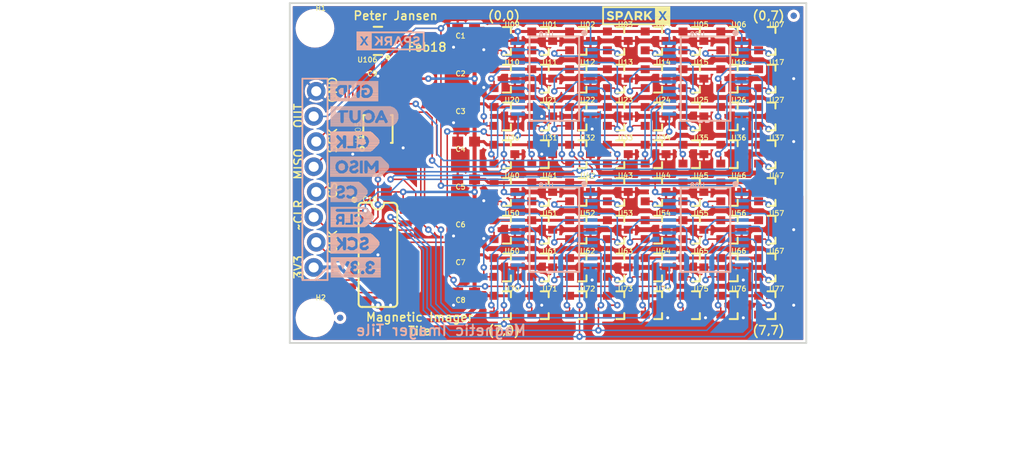
<source format=kicad_pcb>
(kicad_pcb (version 20211014) (generator pcbnew)
  (layers (0 "F.Cu" signal) (31 "B.Cu" signal) (34 "B.Paste" user) (35 "F.Paste" user) (36 "B.SilkS" user "B.Silkscreen") (37 "F.SilkS" user "F.Silkscreen") (38 "B.Mask" user) (39 "F.Mask" user) (44 "Edge.Cuts" user))
  (net 0 "")
  (net 1 "GND")
  (net 2 "3.3V")
  (net 3 "~{EN4}")
  (net 4 "S0")
  (net 5 "S1")
  (net 6 "S2")
  (net 7 "S3")
  (net 8 "OUT")
  (net 9 "4I0")
  (net 10 "4I1")
  (net 11 "4I2")
  (net 12 "4I3")
  (net 13 "4I4")
  (net 14 "4I5")
  (net 15 "4I6")
  (net 16 "4I7")
  (net 17 "4I8")
  (net 18 "4I9")
  (net 19 "4I10")
  (net 20 "4I11")
  (net 21 "4I12")
  (net 22 "4I13")
  (net 23 "4I14")
  (net 24 "4I15")
  (net 25 "~{EN1}")
  (net 26 "~{EN2}")
  (net 27 "~{EN3}")
  (net 28 "1I0")
  (net 29 "1I1")
  (net 30 "1I2")
  (net 31 "1I3")
  (net 32 "1I4")
  (net 33 "1I5")
  (net 34 "1I6")
  (net 35 "1I7")
  (net 36 "1I8")
  (net 37 "1I9")
  (net 38 "1I10")
  (net 39 "1I11")
  (net 40 "1I12")
  (net 41 "1I13")
  (net 42 "1I14")
  (net 43 "1I15")
  (net 44 "2I0")
  (net 45 "2I1")
  (net 46 "2I2")
  (net 47 "2I3")
  (net 48 "2I4")
  (net 49 "2I5")
  (net 50 "2I6")
  (net 51 "2I7")
  (net 52 "2I8")
  (net 53 "2I9")
  (net 54 "2I10")
  (net 55 "2I11")
  (net 56 "2I12")
  (net 57 "2I13")
  (net 58 "2I14")
  (net 59 "2I15")
  (net 60 "3I0")
  (net 61 "3I1")
  (net 62 "3I2")
  (net 63 "3I3")
  (net 64 "3I4")
  (net 65 "3I5")
  (net 66 "3I6")
  (net 67 "3I7")
  (net 68 "3I8")
  (net 69 "3I9")
  (net 70 "3I10")
  (net 71 "3I11")
  (net 72 "3I12")
  (net 73 "3I13")
  (net 74 "3I14")
  (net 75 "3I15")
  (net 76 "N$7")
  (net 77 "N$8")
  (net 78 "~{CCLR}")
  (net 79 "CCLK")
  (net 80 "CS")
  (net 81 "MISO")
  (net 82 "SCLK")
  (footprint "eagleBoard:SOT23-3" (layer "F.Cu") (at 163.1061 99.2886 -90)
    (fp_text reference "U25")
    (fp_text value "DRV5053")
  )
  (footprint "eagleBoard:SOT23-3" (layer "F.Cu") (at 163.1061 91.6686 -90)
    (fp_text reference "U05")
    (fp_text value "DRV5053")
  )
  (footprint "eagleBoard:SOT23-3" (layer "F.Cu") (at 147.8661 118.3386 -90)
    (fp_text reference "U71")
    (fp_text value "DRV5053")
  )
  (footprint "eagleBoard:SOT23-3" (layer "F.Cu") (at 147.8661 114.5286 -90)
    (fp_text reference "U61")
    (fp_text value "DRV5053")
  )
  (footprint "eagleBoard:SOT23-3" (layer "F.Cu") (at 147.8661 110.7186 -90)
    (fp_text reference "U51")
    (fp_text value "DRV5053")
  )
  (footprint "eagleBoard:SOT23-3" (layer "F.Cu") (at 159.2961 114.5286 -90)
    (fp_text reference "U64")
    (fp_text value "DRV5053")
  )
  (footprint "eagleBoard:SOT23-3" (layer "F.Cu") (at 170.7261 91.6686 -90)
    (fp_text reference "U07")
    (fp_text value "DRV5053")
  )
  (footprint "eagleBoard:SOT23-3" (layer "F.Cu") (at 170.7261 99.2886 -90)
    (fp_text reference "U27")
    (fp_text value "DRV5053")
  )
  (footprint "eagleBoard:FIDUCIAL-MICRO" (layer "F.Cu") (at 127.5461 119.6086 90)
    (fp_text reference "FD2" hide)
    (fp_text value "FIDUCIALUFIDUCIAL" hide)
  )
  (footprint "eagleBoard:SOT23-3" (layer "F.Cu") (at 151.6761 106.9086 -90)
    (fp_text reference "U42")
    (fp_text value "DRV5053")
  )
  (footprint "eagleBoard:0603" (layer "F.Cu") (at 140.2461 113.2586 180)
    (fp_text reference "C7")
    (fp_text value "4.7uF")
  )
  (footprint "eagleBoard:SOT23-3" (layer "F.Cu") (at 159.2961 91.6686 -90)
    (fp_text reference "U04")
    (fp_text value "DRV5053")
  )
  (footprint "eagleBoard:SOT23-3" (layer "F.Cu") (at 151.6761 91.6686 -90)
    (fp_text reference "U02")
    (fp_text value "DRV5053")
  )
  (footprint "eagleBoard:0603" (layer "F.Cu") (at 140.2461 90.3986 180)
    (fp_text reference "C1")
    (fp_text value "4.7uF")
  )
  (footprint "eagleBoard:SOT23-3" (layer "F.Cu") (at 144.0561 118.3386 -90)
    (fp_text reference "U70")
    (fp_text value "DRV5053")
  )
  (footprint "eagleBoard:SOT23-3" (layer "F.Cu") (at 170.7261 110.7186 -90)
    (fp_text reference "U57")
    (fp_text value "DRV5053")
  )
  (footprint "eagleBoard:SOT23-3" (layer "F.Cu") (at 166.9161 114.5286 -90)
    (fp_text reference "U66")
    (fp_text value "DRV5053")
  )
  (footprint "eagleBoard:SOT23-3" (layer "F.Cu") (at 144.0561 114.5286 -90)
    (fp_text reference "U60")
    (fp_text value "DRV5053")
  )
  (footprint "eagleBoard:SOT23-3" (layer "F.Cu") (at 163.1061 95.4786 -90)
    (fp_text reference "U15")
    (fp_text value "DRV5053")
  )
  (footprint "eagleBoard:SOT23-3" (layer "F.Cu") (at 151.6761 118.3386 -90)
    (fp_text reference "U72")
    (fp_text value "DRV5053")
  )
  (footprint "eagleBoard:CREATIVE_COMMONS" (layer "F.Cu") (at 113.5761 134.8486)
    (fp_text reference "FRAME1" hide)
    (fp_text value "FRAME-LEDGER" hide)
  )
  (footprint "eagleBoard:SOT23-3" (layer "F.Cu") (at 166.9161 99.2886 -90)
    (fp_text reference "U26")
    (fp_text value "DRV5053")
  )
  (footprint "eagleBoard:SOT23-3" (layer "F.Cu") (at 163.1061 118.3386 -90)
    (fp_text reference "U75")
    (fp_text value "DRV5053")
  )
  (footprint "eagleBoard:SOT23-3" (layer "F.Cu") (at 155.4861 99.2886 -90)
    (fp_text reference "U23")
    (fp_text value "DRV5053")
  )
  (footprint "eagleBoard:SOT23-3" (layer "F.Cu") (at 144.0561 106.9086 -90)
    (fp_text reference "U40")
    (fp_text value "DRV5053")
  )
  (footprint "eagleBoard:SOT23-3" (layer "F.Cu") (at 163.1061 106.9086 -90)
    (fp_text reference "U45")
    (fp_text value "DRV5053")
  )
  (footprint "eagleBoard:SOT23-3" (layer "F.Cu") (at 166.9161 106.9086 -90)
    (fp_text reference "U46")
    (fp_text value "DRV5053")
  )
  (footprint "eagleBoard:SOT23-6" (layer "F.Cu") (at 131.3561 91.6686 90)
    (fp_text reference "U106")
    (fp_text value "AD7680")
  )
  (footprint "eagleBoard:0603" (layer "F.Cu") (at 140.2461 98.0186 180)
    (fp_text reference "C3")
    (fp_text value "4.7uF")
  )
  (footprint "eagleBoard:SPARKX-SMALL" (layer "F.Cu") (at 157.3911 89.1286)
    (fp_text reference "U$1" hide)
    (fp_text value "SPARKX-LOGO3" hide)
  )
  (footprint "eagleBoard:SOT23-3" (layer "F.Cu") (at 144.0561 110.7186 -90)
    (fp_text reference "U50")
    (fp_text value "DRV5053")
  )
  (footprint "eagleBoard:SOT23-3" (layer "F.Cu") (at 151.6761 95.4786 -90)
    (fp_text reference "U12")
    (fp_text value "DRV5053")
  )
  (footprint "eagleBoard:SOT23-3" (layer "F.Cu") (at 166.9161 110.7186 -90)
    (fp_text reference "U56")
    (fp_text value "DRV5053")
  )
  (footprint "eagleBoard:SOT23-3" (layer "F.Cu") (at 166.9161 91.6686 -90)
    (fp_text reference "U06")
    (fp_text value "DRV5053")
  )
  (footprint "eagleBoard:SOT23-3" (layer "F.Cu") (at 155.4861 103.0986 -90)
    (fp_text reference "U33")
    (fp_text value "DRV5053")
  )
  (footprint "eagleBoard:0603" (layer "F.Cu") (at 140.2461 109.4486 180)
    (fp_text reference "C6")
    (fp_text value "4.7uF")
  )
  (footprint "eagleBoard:SOT23-3" (layer "F.Cu") (at 159.2961 95.4786 -90)
    (fp_text reference "U14")
    (fp_text value "DRV5053")
  )
  (footprint "eagleBoard:0603" (layer "F.Cu") (at 140.2461 101.8286 180)
    (fp_text reference "C4")
    (fp_text value "4.7uF")
  )
  (footprint "eagleBoard:SOT23-3" (layer "F.Cu") (at 159.2961 110.7186 -90)
    (fp_text reference "U54")
    (fp_text value "DRV5053")
  )
  (footprint "eagleBoard:0603" (layer "F.Cu") (at 140.2461 94.2086 180)
    (fp_text reference "C2")
    (fp_text value "4.7uF")
  )
  (footprint "eagleBoard:0603" (layer "F.Cu") (at 128.8161 100.5586 -90)
    (fp_text reference "C11")
    (fp_text value "0.1uF")
  )
  (footprint "eagleBoard:0603" (layer "F.Cu") (at 131.3561 106.9086 180)
    (fp_text reference "C10")
    (fp_text value "0.1uF")
  )
  (footprint "eagleBoard:SOT23-3" (layer "F.Cu") (at 147.8661 103.0986 -90)
    (fp_text reference "U31")
    (fp_text value "DRV5053")
  )
  (footprint "eagleBoard:SOT23-3" (layer "F.Cu") (at 155.4861 110.7186 -90)
    (fp_text reference "U53")
    (fp_text value "DRV5053")
  )
  (footprint "eagleBoard:SOT23-3" (layer "F.Cu") (at 144.0561 103.0986 -90)
    (fp_text reference "U30")
    (fp_text value "DRV5053")
  )
  (footprint "eagleBoard:SOT23-3" (layer "F.Cu") (at 155.4861 118.3386 -90)
    (fp_text reference "U73")
    (fp_text value "DRV5053")
  )
  (footprint "eagleBoard:FIDUCIAL-MICRO" (layer "F.Cu") (at 173.2661 89.1286 90)
    (fp_text reference "FD1" hide)
    (fp_text value "FIDUCIALUFIDUCIAL" hide)
  )
  (footprint "eagleBoard:SOT23-3" (layer "F.Cu") (at 147.8661 91.6686 -90)
    (fp_text reference "U01")
    (fp_text value "DRV5053")
  )
  (footprint "eagleBoard:SM8" (layer "F.Cu") (at 131.3561 100.5586 90)
    (fp_text reference "U105")
    (fp_text value "SN74LVC1G139" hide)
  )
  (footprint "eagleBoard:SOT23-3" (layer "F.Cu") (at 147.8661 99.2886 -90)
    (fp_text reference "U21")
    (fp_text value "DRV5053")
  )
  (footprint "eagleBoard:SOT23-3" (layer "F.Cu") (at 166.9161 118.3386 -90)
    (fp_text reference "U76")
    (fp_text value "DRV5053")
  )
  (footprint "eagleBoard:SOT23-3" (layer "F.Cu") (at 170.7261 106.9086 -90)
    (fp_text reference "U47")
    (fp_text value "DRV5053")
  )
  (footprint "eagleBoard:SOT23-3" (layer "F.Cu") (at 159.2961 99.2886 -90)
    (fp_text reference "U24")
    (fp_text value "DRV5053")
  )
  (footprint "eagleBoard:SOT23-3" (layer "F.Cu") (at 151.6761 114.5286 -90)
    (fp_text reference "U62")
    (fp_text value "DRV5053")
  )
  (footprint "eagleBoard:SOT23-3" (layer "F.Cu") (at 155.4861 95.4786 -90)
    (fp_text reference "U13")
    (fp_text value "DRV5053")
  )
  (footprint "eagleBoard:SOT23-3" (layer "F.Cu") (at 166.9161 103.0986 -90)
    (fp_text reference "U36")
    (fp_text value "DRV5053")
  )
  (footprint "eagleBoard:SOT23-3" (layer "F.Cu") (at 151.6761 99.2886 -90)
    (fp_text reference "U22")
    (fp_text value "DRV5053")
  )
  (footprint "eagleBoard:SOT23-3" (layer "F.Cu") (at 151.6761 103.0986 -90)
    (fp_text reference "U32")
    (fp_text value "DRV5053")
  )
  (footprint "eagleBoard:0603" (layer "F.Cu") (at 140.2461 105.6386 180)
    (fp_text reference "C5")
    (fp_text value "4.7uF")
  )
  (footprint "eagleBoard:STAND-OFF" (layer "F.Cu") (at 125.0061 90.3986)
    (fp_text reference "H1")
    (fp_text value "STAND-OFF")
  )
  (footprint "eagleBoard:SOT23-3" (layer "F.Cu") (at 144.0561 95.4786 -90)
    (fp_text reference "U10")
    (fp_text value "DRV5053")
  )
  (footprint "eagleBoard:SOT23-3" (layer "F.Cu") (at 170.7261 95.4786 -90)
    (fp_text reference "U17")
    (fp_text value "DRV5053")
  )
  (footprint "eagleBoard:SOT23-3" (layer "F.Cu") (at 155.4861 106.9086 -90)
    (fp_text reference "U43")
    (fp_text value "DRV5053")
  )
  (footprint "eagleBoard:SOT23-3" (layer "F.Cu") (at 155.4861 91.6686 -90)
    (fp_text reference "U03")
    (fp_text value "DRV5053")
  )
  (footprint "eagleBoard:SOT23-3" (layer "F.Cu") (at 159.2961 103.0986 -90)
    (fp_text reference "U34")
    (fp_text value "DRV5053")
  )
  (footprint "eagleBoard:SOT23-3" (layer "F.Cu") (at 170.7261 103.0986 -90)
    (fp_text reference "U37")
    (fp_text value "DRV5053")
  )
  (footprint "eagleBoard:1X08_LOCK_NO_SILK" (layer "F.Cu") (at 125.0061 114.5286 90)
    (fp_text reference "J1")
    (fp_text value "")
  )
  (footprint "eagleBoard:SOT23-3" (layer "F.Cu") (at 163.1061 110.7186 -90)
    (fp_text reference "U55")
    (fp_text value "DRV5053")
  )
  (footprint "eagleBoard:0603" (layer "F.Cu") (at 131.3561 94.2086 180)
    (fp_text reference "C9")
    (fp_text value "0.1uF")
  )
  (footprint "eagleBoard:SOT23-3" (layer "F.Cu") (at 170.7261 118.3386 -90)
    (fp_text reference "U77")
    (fp_text value "DRV5053")
  )
  (footprint "eagleBoard:SOT23-3" (layer "F.Cu") (at 159.2961 118.3386 -90)
    (fp_text reference "U74")
    (fp_text value "DRV5053")
  )
  (footprint "eagleBoard:SOT23-3" (layer "F.Cu") (at 155.4861 114.5286 -90)
    (fp_text reference "U63")
    (fp_text value "DRV5053")
  )
  (footprint "eagleBoard:SO16" (layer "F.Cu") (at 131.3561 113.2586 -90)
    (fp_text reference "U104" hide)
    (fp_text value "SN74HC590A" hide)
  )
  (footprint "eagleBoard:SOT23-3" (layer "F.Cu") (at 147.8661 95.4786 -90)
    (fp_text reference "U11")
    (fp_text value "DRV5053")
  )
  (footprint "eagleBoard:SOT23-3" (layer "F.Cu") (at 163.1061 103.0986 -90)
    (fp_text reference "U35")
    (fp_text value "DRV5053")
  )
  (footprint "eagleBoard:SOT23-3" (layer "F.Cu") (at 170.7261 114.5286 -90)
    (fp_text reference "U67")
    (fp_text value "DRV5053")
  )
  (footprint "eagleBoard:SOT23-3" (layer "F.Cu") (at 159.2961 106.9086 -90)
    (fp_text reference "U44")
    (fp_text value "DRV5053")
  )
  (footprint "eagleBoard:SOT23-3" (layer "F.Cu") (at 144.0561 91.6686 -90)
    (fp_text reference "U09")
    (fp_text value "DRV5053")
  )
  (footprint "eagleBoard:STAND-OFF" (layer "F.Cu") (at 125.0061 119.6086)
    (fp_text reference "H2")
    (fp_text value "STAND-OFF")
  )
  (footprint "eagleBoard:SOT23-3" (layer "F.Cu") (at 163.1061 114.5286 -90)
    (fp_text reference "U65")
    (fp_text value "DRV5053")
  )
  (footprint "eagleBoard:SOT23-3" (layer "F.Cu") (at 144.0561 99.2886 -90)
    (fp_text reference "U20")
    (fp_text value "DRV5053")
  )
  (footprint "eagleBoard:SOT23-3" (layer "F.Cu") (at 151.6761 110.7186 -90)
    (fp_text reference "U52")
    (fp_text value "DRV5053")
  )
  (footprint "eagleBoard:0603" (layer "F.Cu") (at 140.2461 117.0686 180)
    (fp_text reference "C8")
    (fp_text value "4.7uF")
  )
  (footprint "eagleBoard:SOT23-3" (layer "F.Cu") (at 147.8661 106.9086 -90)
    (fp_text reference "U41")
    (fp_text value "DRV5053")
  )
  (footprint "eagleBoard:SOT23-3" (layer "F.Cu") (at 166.9161 95.4786 -90)
    (fp_text reference "U16")
    (fp_text value "DRV5053")
  )
  (footprint "eagleBoard:SCK" (layer "B.Cu") (at 131.6101 112.1156 180)
    (fp_text reference "U$9" hide)
    (fp_text value "" hide)
  )
  (footprint "eagleBoard:CS" (layer "B.Cu") (at 130.4671 106.9086 180)
    (fp_text reference "U$10" hide)
    (fp_text value "" hide)
  )
  (footprint "eagleBoard:SSOP24" (layer "B.Cu") (at 149.1361 110.7186 -90)
    (fp_text reference "U19")
    (fp_text value "CD74HC4067")
  )
  (footprint "eagleBoard:SPARKX-SMALL" (layer "B.Cu") (at 132.6261 91.6686 180)
    (fp_text reference "U$2" hide)
    (fp_text value "SPARKX-LOGO3" hide)
  )
  (footprint "eagleBoard:SSOP24" (layer "B.Cu") (at 164.3761 95.4786 -90)
    (fp_text reference "U28")
    (fp_text value "CD74HC4067")
  )
  (footprint "eagleBoard:#CLR" (layer "B.Cu") (at 131.2291 109.4486 180)
    (fp_text reference "U$4" hide)
    (fp_text value "" hide)
  )
  (footprint "eagleBoard:CLK" (layer "B.Cu") (at 131.6101 101.8286 180)
    (fp_text reference "U$7" hide)
    (fp_text value "" hide)
  )
  (footprint "eagleBoard:SSOP24" (layer "B.Cu") (at 149.1361 95.4786 -90)
    (fp_text reference "U18")
    (fp_text value "CD74HC4067")
  )
  (footprint "eagleBoard:GND" (layer "B.Cu") (at 131.9911 96.7486 180)
    (fp_text reference "U$3" hide)
    (fp_text value "" hide)
  )
  (footprint "eagleBoard:SSOP24" (layer "B.Cu") (at 164.3761 110.7186 -90)
    (fp_text reference "U08")
    (fp_text value "CD74HC4067")
  )
  (footprint "eagleBoard:FIDUCIAL-MICRO" (layer "B.Cu") (at 127.5461 119.6086 90)
    (fp_text reference "FD3" hide)
    (fp_text value "FIDUCIALUFIDUCIAL" hide)
  )
  (footprint "eagleBoard:3#3V" (layer "B.Cu") (at 132.2451 114.5286 180)
    (fp_text reference "U$5" hide)
    (fp_text value "" hide)
  )
  (footprint "eagleBoard:FIDUCIAL-MICRO" (layer "B.Cu") (at 173.2661 89.1286 90)
    (fp_text reference "FD4" hide)
    (fp_text value "FIDUCIALUFIDUCIAL" hide)
  )
  (footprint "eagleBoard:AOUT" (layer "B.Cu") (at 133.5151 99.2886 180)
    (fp_text reference "U$6" hide)
    (fp_text value "" hide)
  )
  (footprint "eagleBoard:MISO" (layer "B.Cu") (at 132.6261 104.3686 180)
    (fp_text reference "U$8" hide)
    (fp_text value "" hide)
  )
  (gr_line (start 126.2761 114.5286) (end 125.0061 115.7986) (layer "B.SilkS") (width 0.1778))
  (gr_line (start 123.7361 95.4786) (end 126.2761 95.4786) (layer "B.SilkS") (width 0.1778))
  (gr_line (start 126.2761 114.5286) (end 126.2761 115.7986) (layer "B.SilkS") (width 0.1778))
  (gr_line (start 126.2761 115.7986) (end 125.0061 115.7986) (layer "B.SilkS") (width 0.1778))
  (gr_line (start 123.7361 115.7986) (end 123.7361 95.4786) (layer "B.SilkS") (width 0.1778))
  (gr_line (start 125.0061 115.7986) (end 123.7361 115.7986) (layer "B.SilkS") (width 0.1778))
  (gr_line (start 126.2761 95.4786) (end 126.2761 114.5286) (layer "B.SilkS") (width 0.1778))
  (gr_line (start 122.4661 122.1486) (end 174.5361 122.1486) (layer "Edge.Cuts") (width 0.1778))
  (gr_line (start 122.4661 87.8586) (end 122.4661 122.1486) (layer "Edge.Cuts") (width 0.1778))
  (gr_line (start 174.5361 87.8586) (end 122.4661 87.8586) (layer "Edge.Cuts") (width 0.1778))
  (gr_line (start 174.5361 122.1486) (end 174.5361 87.8586) (layer "Edge.Cuts") (width 0.1778))
  (gr_text "X3r1" (at 173.2661 105.0036 90) (layer "F.Cu") (effects (font (size 1.0795 1.0795) (thickness 0.1905))))
  (gr_text "Magnetic Imager Tile" (at 137.7061 120.8786) (layer "B.SilkS") (effects (font (size 1.0795 1.0795) (thickness 0.1905)) (justify mirror)))
  (gr_text "SCK" (at 126.7841 103.0986 90) (layer "F.SilkS") (effects (font (size 0.8636 0.8636) (thickness 0.1524)) (justify left)))
  (gr_text "(7,0)" (at 144.0561 120.8786) (layer "F.SilkS") (effects (font (size 0.8636 0.8636) (thickness 0.1524))))
  (gr_text "Magnetic Imager\nTile" (at 135.5471 120.2436) (layer "F.SilkS") (effects (font (size 0.8636 0.8636) (thickness 0.1524))))
  (gr_text "Peter Jansen" (at 133.1341 89.1286) (layer "F.SilkS") (effects (font (size 0.8636 0.8636) (thickness 0.1524))))
  (gr_text "MISO" (at 123.3551 105.7656 90) (layer "F.SilkS") (effects (font (size 0.8636 0.8636) (thickness 0.1524)) (justify left)))
  (gr_text "OUT" (at 123.3551 100.5586 90) (layer "F.SilkS") (effects (font (size 0.8636 0.8636) (thickness 0.1524)) (justify left)))
  (gr_text "~CLR" (at 123.3551 110.8456 90) (layer "F.SilkS") (effects (font (size 0.8636 0.8636) (thickness 0.1524)) (justify left)))
  (gr_text "(0,0)" (at 144.0561 89.1286) (layer "F.SilkS") (effects (font (size 0.8636 0.8636) (thickness 0.1524))))
  (gr_text "CLK" (at 126.7841 113.2586 90) (layer "F.SilkS") (effects (font (size 0.8636 0.8636) (thickness 0.1524)) (justify left)))
  (gr_text "3V3" (at 123.3551 115.7986 90) (layer "F.SilkS") (effects (font (size 0.8636 0.8636) (thickness 0.1524)) (justify left)))
  (gr_text "GND" (at 126.7841 98.0186 90) (layer "F.SilkS") (effects (font (size 0.8636 0.8636) (thickness 0.1524)) (justify left)))
  (gr_text "CS" (at 126.7841 107.6706 90) (layer "F.SilkS") (effects (font (size 0.8636 0.8636) (thickness 0.1524)) (justify left)))
  (gr_text "(7,7)" (at 170.7261 120.8786) (layer "F.SilkS") (effects (font (size 0.8636 0.8636) (thickness 0.1524))))
  (gr_text "Feb18" (at 136.3091 92.3036) (layer "F.SilkS") (effects (font (size 0.8636 0.8636) (thickness 0.1524))))
  (gr_text "(0,7)" (at 170.7261 89.1286) (layer "F.SilkS") (effects (font (size 0.8636 0.8636) (thickness 0.1524))))
  (via (at 132.6261 118.3386) (size 0.6604) (drill 0.3048) (layers "F.Cu" "B.Cu") (net 1))
  (via (at 152.9461 115.7986) (size 0.6604) (drill 0.3048) (layers "F.Cu" "B.Cu") (net 1))
  (via (at 138.9761 92.3036) (size 0.6604) (drill 0.3048) (layers "F.Cu" "B.Cu") (net 1))
  (via (at 164.3761 119.6086) (size 0.6604) (drill 0.3048) (layers "F.Cu" "B.Cu") (net 1))
  (via (at 131.3561 120.8786) (size 0.6604) (drill 0.3048) (layers "F.Cu" "B.Cu") (net 1))
  (via (at 131.3561 95.2246) (size 0.6604) (drill 0.3048) (layers "F.Cu" "B.Cu") (net 1))
  (via (at 168.1861 115.7986) (size 0.6604) (drill 0.3048) (layers "F.Cu" "B.Cu") (net 1))
  (via (at 168.1861 119.6086) (size 0.6604) (drill 0.3048) (layers "F.Cu" "B.Cu") (net 1))
  (via (at 160.5661 119.6086) (size 0.6604) (drill 0.3048) (layers "F.Cu" "B.Cu") (net 1))
  (via (at 138.9761 99.9236) (size 0.6604) (drill 0.3048) (layers "F.Cu" "B.Cu") (net 1))
  (via (at 173.2661 101.8286) (size 0.6604) (drill 0.3048) (layers "F.Cu" "B.Cu") (net 1))
  (via (at 173.2661 95.4786) (size 0.6604) (drill 0.3048) (layers "F.Cu" "B.Cu") (net 1))
  (via (at 142.0241 92.5576) (size 0.6604) (drill 0.3048) (layers "F.Cu" "B.Cu") (net 1))
  (via (at 132.6261 110.7186) (size 0.6604) (drill 0.3048) (layers "F.Cu" "B.Cu") (net 1))
  (via (at 138.9761 111.3536) (size 0.6604) (drill 0.3048) (layers "F.Cu" "B.Cu") (net 1))
  (via (at 142.0241 107.7976) (size 0.6604) (drill 0.3048) (layers "F.Cu" "B.Cu") (net 1))
  (via (at 131.3561 113.2586) (size 0.6604) (drill 0.3048) (layers "F.Cu" "B.Cu") (net 1))
  (via (at 138.9761 118.3386) (size 0.6604) (drill 0.3048) (layers "F.Cu" "B.Cu") (net 1))
  (via (at 173.2661 118.3386) (size 0.6604) (drill 0.3048) (layers "F.Cu" "B.Cu") (net 1))
  (via (at 147.8661 118.3386) (size 0.6604) (drill 0.3048) (layers "F.Cu" "B.Cu") (net 1))
  (via (at 142.0241 96.3676) (size 0.6604) (drill 0.3048) (layers "F.Cu" "B.Cu") (net 1))
  (via (at 147.8661 103.0986) (size 0.6604) (drill 0.3048) (layers "F.Cu" "B.Cu") (net 1))
  (via (at 147.8661 99.2886) (size 0.6604) (drill 0.3048) (layers "F.Cu" "B.Cu") (net 1))
  (via (at 173.2661 110.7186) (size 0.6604) (drill 0.3048) (layers "F.Cu" "B.Cu") (net 1))
  (via (at 168.1861 100.5586) (size 0.6604) (drill 0.3048) (layers "F.Cu" "B.Cu") (net 1))
  (via (at 133.8961 102.4636) (size 0.6604) (drill 0.3048) (layers "F.Cu" "B.Cu") (net 1))
  (via (at 152.9461 100.5586) (size 0.6604) (drill 0.3048) (layers "F.Cu" "B.Cu") (net 1))
  (via (at 128.8161 103.0986) (size 0.6604) (drill 0.3048) (layers "F.Cu" "B.Cu") (net 1))
  (via (at 142.0241 111.6076) (size 0.6604) (drill 0.3048) (layers "F.Cu" "B.Cu") (net 1))
  (segment (start 165.9161 98.3386) (end 162.1061 98.3386) (width 0.3048) (layer "F.Cu") (net 2))
  (segment (start 142.3441 113.5786) (end 142.0241 113.2586) (width 0.3048) (layer "F.Cu") (net 2))
  (segment (start 135.3921 119.8626) (end 135.3911 119.8636) (width 0.4064) (layer "F.Cu") (net 2))
  (segment (start 142.1511 98.0186) (end 141.0961 98.0186) (width 0.3048) (layer "F.Cu") (net 2))
  (segment (start 143.0561 105.9586) (end 142.4711 105.9586) (width 0.3048) (layer "F.Cu") (net 2))
  (segment (start 165.9161 90.7186) (end 169.7261 90.7186) (width 0.3048) (layer "F.Cu") (net 2))
  (segment (start 146.8661 105.9586) (end 150.6761 105.9586) (width 0.3048) (layer "F.Cu") (net 2))
  (segment (start 130.3811 98.8586) (end 129.1191 98.8586) (width 0.1524) (layer "F.Cu") (net 2))
  (segment (start 141.0961 98.0186) (end 141.0961 101.8286) (width 0.4064) (layer "F.Cu") (net 2))
  (segment (start 150.6761 98.3386) (end 154.4861 98.3386) (width 0.3048) (layer "F.Cu") (net 2))
  (segment (start 142.1511 117.0686) (end 141.0961 117.0686) (width 0.3048) (layer "F.Cu") (net 2))
  (segment (start 165.9161 109.7686) (end 169.7261 109.7686) (width 0.3048) (layer "F.Cu") (net 2))
  (segment (start 142.0241 113.2586) (end 141.0961 113.2586) (width 0.3048) (layer "F.Cu") (net 2))
  (segment (start 159.2961 106.9086) (end 159.2961 105.9586) (width 0.1524) (layer "F.Cu") (net 2))
  (segment (start 141.0961 109.4486) (end 141.0961 106.9086) (width 0.4064) (layer "F.Cu") (net 2))
  (segment (start 162.1061 94.5286) (end 158.2961 94.5286) (width 0.3048) (layer "F.Cu") (net 2))
  (segment (start 158.2961 90.7186) (end 160.5661 90.7186) (width 0.3048) (layer "F.Cu") (net 2))
  (segment (start 135.2671 119.8626) (end 135.2661 119.8636) (width 0.3048) (layer "F.Cu") (net 2))
  (segment (start 162.1061 113.5786) (end 165.9161 113.5786) (width 0.3048) (layer "F.Cu") (net 2))
  (segment (start 150.6761 117.3886) (end 154.4861 117.3886) (width 0.3048) (layer "F.Cu") (net 2))
  (segment (start 143.0561 94.5286) (end 142.4711 94.5286) (width 0.3048) (layer "F.Cu") (net 2))
  (segment (start 154.4861 105.9586) (end 158.2961 105.9586) (width 0.3048) (layer "F.Cu") (net 2))
  (segment (start 128.8161 99.1616) (end 128.8161 99.7086) (width 0.1524) (layer "F.Cu") (net 2))
  (segment (start 162.1061 102.1486) (end 165.9161 102.1486) (width 0.3048) (layer "F.Cu") (net 2))
  (segment (start 143.0561 105.9586) (end 144.0561 105.9586) (width 0.3048) (layer "F.Cu") (net 2))
  (segment (start 150.6761 113.5786) (end 154.4861 113.5786) (width 0.3048) (layer "F.Cu") (net 2))
  (segment (start 154.4861 98.3386) (end 158.2961 98.3386) (width 0.3048) (layer "F.Cu") (net 2))
  (segment (start 141.0961 117.0686) (end 141.0961 118.6316) (width 0.4064) (layer "F.Cu") (net 2))
  (segment (start 162.1061 90.7186) (end 165.9161 90.7186) (width 0.3048) (layer "F.Cu") (net 2))
  (segment (start 141.0961 94.2086) (end 141.0961 95.4786) (width 0.4064) (layer "F.Cu") (net 2))
  (segment (start 160.5661 90.7186) (end 162.1061 90.7186) (width 0.3048) (layer "F.Cu") (net 2))
  (segment (start 132.2061 94.2086) (end 132.2061 93.4856) (width 0.254) (layer "F.Cu") (net 2))
  (segment (start 141.0961 95.4786) (end 141.0961 98.0186) (width 0.4064) (layer "F.Cu") (net 2))
  (segment (start 158.2961 113.5786) (end 162.1061 113.5786) (width 0.3048) (layer "F.Cu") (net 2))
  (segment (start 134.1561 108.8136) (end 134.1561 108.4386) (width 0.1524) (layer "F.Cu") (net 2))
  (segment (start 142.4711 94.5286) (end 142.1511 94.2086) (width 0.3048) (layer "F.Cu") (net 2))
  (segment (start 154.4861 113.5786) (end 158.2961 113.5786) (width 0.3048) (layer "F.Cu") (net 2))
  (segment (start 142.1511 109.4486) (end 141.0961 109.4486) (width 0.3048) (layer "F.Cu") (net 2))
  (segment (start 144.0561 105.9586) (end 146.8661 105.9586) (width 0.3048) (layer "F.Cu") (net 2))
  (segment (start 143.0561 102.1486) (end 142.3441 102.1486) (width 0.3048) (layer "F.Cu") (net 2))
  (segment (start 142.3441 102.1486) (end 142.0241 101.8286) (width 0.3048) (layer "F.Cu") (net 2))
  (segment (start 143.0561 102.1486) (end 146.8661 102.1486) (width 0.3048) (layer "F.Cu") (net 2))
  (segment (start 154.4861 90.7186) (end 158.2961 90.7186) (width 0.3048) (layer "F.Cu") (net 2))
  (segment (start 162.1061 109.7686) (end 165.9161 109.7686) (width 0.3048) (layer "F.Cu") (net 2))
  (segment (start 143.0561 113.5786) (end 146.8661 113.5786) (width 0.3048) (layer "F.Cu") (net 2))
  (segment (start 169.7261 113.5786) (end 165.9161 113.5786) (width 0.3048) (layer "F.Cu") (net 2))
  (segment (start 143.0561 117.3886) (end 142.4711 117.3886) (width 0.3048) (layer "F.Cu") (net 2))
  (segment (start 134.1561 108.4386) (end 133.8961 108.1786) (width 0.1524) (layer "F.Cu") (net 2))
  (segment (start 142.4711 109.7686) (end 142.1511 109.4486) (width 0.3048) (layer "F.Cu") (net 2))
  (segment (start 141.0961 113.2586) (end 141.0961 117.0686) (width 0.4064) (layer "F.Cu") (net 2))
  (segment (start 158.2961 109.7686) (end 162.1061 109.7686) (width 0.3048) (layer "F.Cu") (net 2))
  (segment (start 165.9161 105.9586) (end 169.7261 105.9586) (width 0.3048) (layer "F.Cu") (net 2))
  (segment (start 150.6761 102.1486) (end 154.4861 102.1486) (width 0.3048) (layer "F.Cu") (net 2))
  (segment (start 142.4711 105.9586) (end 142.1511 105.6386) (width 0.3048) (layer "F.Cu") (net 2))
  (segment (start 141.0961 118.6316) (end 139.8651 119.8626) (width 0.4064) (layer "F.Cu") (net 2))
  (segment (start 150.6761 109.7686) (end 154.4861 109.7686) (width 0.3048) (layer "F.Cu") (net 2))
  (segment (start 130.3811 97.3426) (end 132.2061 95.5176) (width 0.254) (layer "F.Cu") (net 2))
  (segment (start 169.7261 98.3386) (end 165.9161 98.3386) (width 0.3048) (layer "F.Cu") (net 2))
  (segment (start 132.8811 119.8636) (end 131.3561 118.3386) (width 0.4064) (layer "F.Cu") (net 2))
  (segment (start 154.4861 109.7686) (end 158.2961 109.7686) (width 0.3048) (layer "F.Cu") (net 2))
  (segment (start 158.2961 105.9586) (end 159.2961 105.9586) (width 0.3048) (layer "F.Cu") (net 2))
  (segment (start 143.0561 90.7186) (end 145.4531 90.7186) (width 0.3048) (layer "F.Cu") (net 2))
  (segment (start 169.7261 117.3886) (end 165.9161 117.3886) (width 0.3048) (layer "F.Cu") (net 2))
  (segment (start 143.0561 117.3886) (end 146.8661 117.3886) (width 0.3048) (layer "F.Cu") (net 2))
  (segment (start 133.8961 108.1786) (end 133.8961 106.9086) (width 0.1524) (layer "F.Cu") (net 2))
  (segment (start 130.3811 98.8586) (end 130.3811 97.3426) (width 0.254) (layer "F.Cu") (net 2))
  (segment (start 162.1061 98.3386) (end 158.2961 98.3386) (width 0.3048) (layer "F.Cu") (net 2))
  (segment (start 141.0961 109.4486) (end 141.0961 113.2586) (width 0.4064) (layer "F.Cu") (net 2))
  (segment (start 142.0241 101.8286) (end 141.0961 101.8286) (width 0.3048) (layer "F.Cu") (net 2))
  (segment (start 141.0961 94.2086) (end 141.0961 90.3986) (width 0.4064) (layer "F.Cu") (net 2))
  (segment (start 146.8661 94.5286) (end 150.6761 94.5286) (width 0.3048) (layer "F.Cu") (net 2))
  (segment (start 142.4711 117.3886) (end 142.1511 117.0686) (width 0.3048) (layer "F.Cu") (net 2))
  (segment (start 146.8661 113.5786) (end 150.6761 113.5786) (width 0.3048) (layer "F.Cu") (net 2))
  (segment (start 145.4531 90.7186) (end 146.8661 90.7186) (width 0.3048) (layer "F.Cu") (net 2))
  (segment (start 150.6761 94.5286) (end 154.4861 94.5286) (width 0.3048) (layer "F.Cu") (net 2))
  (segment (start 141.0961 106.9086) (end 141.0961 105.6386) (width 0.4064) (layer "F.Cu") (net 2))
  (segment (start 154.4861 94.5286) (end 158.2961 94.5286) (width 0.3048) (layer "F.Cu") (net 2))
  (segment (start 162.1061 105.9586) (end 165.9161 105.9586) (width 0.3048) (layer "F.Cu") (net 2))
  (segment (start 165.9161 102.1486) (end 169.7261 102.1486) (width 0.3048) (layer "F.Cu") (net 2))
  (segment (start 143.0561 94.5286) (end 146.8661 94.5286) (width 0.3048) (layer "F.Cu") (net 2))
  (segment (start 132.7312 92.6186) (end 132.7312 92.9605) (width 0.254) (layer "F.Cu") (net 2))
  (segment (start 143.0561 109.7686) (end 142.4711 109.7686) (width 0.3048) (layer "F.Cu") (net 2))
  (segment (start 136.4361 95.4786) (end 132.2451 95.4786) (width 0.254) (layer "F.Cu") (net 2))
  (segment (start 135.3911 119.8636) (end 135.2661 119.8636) (width 0.4064) (layer "F.Cu") (net 2))
  (segment (start 158.2961 117.3886) (end 162.1061 117.3886) (width 0.3048) (layer "F.Cu") (net 2))
  (segment (start 158.2961 102.1486) (end 162.1061 102.1486) (width 0.3048) (layer "F.Cu") (net 2))
  (segment (start 154.4861 102.1486) (end 158.2961 102.1486) (width 0.3048) (layer "F.Cu") (net 2))
  (segment (start 142.1511 94.2086) (end 141.0961 94.2086) (width 0.3048) (layer "F.Cu") (net 2))
  (segment (start 132.2061 106.9086) (end 133.8961 106.9086) (width 0.1524) (layer "F.Cu") (net 2))
  (segment (start 129.1191 98.8586) (end 128.8161 99.1616) (width 0.1524) (layer "F.Cu") (net 2))
  (segment (start 146.8661 117.3886) (end 150.6761 117.3886) (width 0.3048) (layer "F.Cu") (net 2))
  (segment (start 134.1501 106.9086) (end 133.8961 106.9086) (width 0.1524) (layer "F.Cu") (net 2))
  (segment (start 146.8661 102.1486) (end 150.6761 102.1486) (width 0.3048) (layer "F.Cu") (net 2))
  (segment (start 142.0241 90.3986) (end 141.0961 90.3986) (width 0.3048) (layer "F.Cu") (net 2))
  (segment (start 132.2451 95.4786) (end 132.2061 95.5176) (width 0.254) (layer "F.Cu") (net 2))
  (segment (start 146.8661 98.3386) (end 150.6761 98.3386) (width 0.3048) (layer "F.Cu") (net 2))
  (segment (start 146.8661 90.7186) (end 150.6761 90.7186) (width 0.3048) (layer "F.Cu") (net 2))
  (segment (start 135.2661 119.8636) (end 132.8811 119.8636) (width 0.4064) (layer "F.Cu") (net 2))
  (segment (start 169.7261 94.5286) (end 165.9161 94.5286) (width 0.3048) (layer "F.Cu") (net 2))
  (segment (start 143.0561 109.7686) (end 146.8661 109.7686) (width 0.3048) (layer "F.Cu") (net 2))
  (segment (start 141.0961 101.8286) (end 141.0961 105.6386) (width 0.4064) (layer "F.Cu") (net 2))
  (segment (start 143.0561 90.7186) (end 142.3441 90.7186) (width 0.3048) (layer "F.Cu") (net 2))
  (segment (start 143.0561 113.5786) (end 142.3441 113.5786) (width 0.3048) (layer "F.Cu") (net 2))
  (segment (start 144.0561 106.9086) (end 144.0561 105.9586) (width 0.1524) (layer "F.Cu") (net 2))
  (segment (start 150.6761 90.7186) (end 154.4861 90.7186) (width 0.3048) (layer "F.Cu") (net 2))
  (segment (start 132.2061 94.2086) (end 132.2061 95.5176) (width 0.254) (layer "F.Cu") (net 2))
  (segment (start 165.9161 94.5286) (end 162.1061 94.5286) (width 0.3048) (layer "F.Cu") (net 2))
  (segment (start 139.8651 119.8626) (end 135.2671 119.8626) (width 0.4064) (layer "F.Cu") (net 2))
  (segment (start 132.7312 92.9605) (end 132.2061 93.4856) (width 0.254) (layer "F.Cu") (net 2))
  (segment (start 142.1511 105.6386) (end 141.0961 105.6386) (width 0.3048) (layer "F.Cu") (net 2))
  (segment (start 165.9161 117.3886) (end 162.1061 117.3886) (width 0.3048) (layer "F.Cu") (net 2))
  (segment (start 143.0561 98.3386) (end 142.4711 98.3386) (width 0.3048) (layer "F.Cu") (net 2))
  (segment (start 142.4711 98.3386) (end 142.1511 98.0186) (width 0.3048) (layer "F.Cu") (net 2))
  (segment (start 159.2961 105.9586) (end 162.1061 105.9586) (width 0.3048) (layer "F.Cu") (net 2))
  (segment (start 142.3441 90.7186) (end 142.0241 90.3986) (width 0.3048) (layer "F.Cu") (net 2))
  (segment (start 146.8661 109.7686) (end 150.6761 109.7686) (width 0.3048) (layer "F.Cu") (net 2))
  (segment (start 150.6761 105.9586) (end 154.4861 105.9586) (width 0.3048) (layer "F.Cu") (net 2))
  (segment (start 154.4861 117.3886) (end 158.2961 117.3886) (width 0.3048) (layer "F.Cu") (net 2))
  (segment (start 143.0561 98.3386) (end 146.8661 98.3386) (width 0.3048) (layer "F.Cu") (net 2))
  (via (at 133.8961 106.9086) (size 0.6604) (drill 0.3048) (layers "F.Cu" "B.Cu") (net 2))
  (via (at 159.2961 106.9086) (size 0.6604) (drill 0.3048) (layers "F.Cu" "B.Cu") (net 2))
  (via (at 141.0961 95.4786) (size 0.6604) (drill 0.3048) (layers "F.Cu" "B.Cu") (net 2))
  (via (at 131.3561 118.3386) (size 0.7366) (drill 0.381) (layers "F.Cu" "B.Cu") (net 2))
  (via (at 144.0561 106.9086) (size 0.6604) (drill 0.3048) (layers "F.Cu" "B.Cu") (net 2))
  (via (at 145.4531 90.7186) (size 0.6604) (drill 0.3048) (layers "F.Cu" "B.Cu") (net 2))
  (via (at 141.0961 106.9086) (size 0.6604) (drill 0.3048) (layers "F.Cu" "B.Cu") (net 2))
  (via (at 160.5661 90.7186) (size 0.6604) (drill 0.3048) (layers "F.Cu" "B.Cu") (net 2))
  (via (at 136.4361 95.4786) (size 0.6604) (drill 0.3048) (layers "F.Cu" "B.Cu") (net 2))
  (segment (start 136.4361 95.4786) (end 141.0961 95.4786) (width 0.254) (layer "B.Cu") (net 2))
  (segment (start 159.5311 107.1436) (end 159.2961 106.9086) (width 0.1524) (layer "B.Cu") (net 2))
  (segment (start 133.8961 106.9086) (end 141.0961 106.9086) (width 0.254) (layer "B.Cu") (net 2))
  (segment (start 145.4801 91.9036) (end 145.4801 90.7456) (width 0.1524) (layer "B.Cu") (net 2))
  (segment (start 145.4801 107.1436) (end 144.2911 107.1436) (width 0.1524) (layer "B.Cu") (net 2))
  (segment (start 145.4801 90.7456) (end 145.4531 90.7186) (width 0.1524) (layer "B.Cu") (net 2))
  (segment (start 144.2911 107.1436) (end 144.0561 106.9086) (width 0.1524) (layer "B.Cu") (net 2))
  (segment (start 131.3561 118.3386) (end 127.5461 114.5286) (width 0.4064) (layer "B.Cu") (net 2))
  (segment (start 160.7201 90.8726) (end 160.5661 90.7186) (width 0.1524) (layer "B.Cu") (net 2))
  (segment (start 127.5461 114.5286) (end 124.8791 114.5286) (width 0.4064) (layer "B.Cu") (net 2))
  (segment (start 160.7201 107.1436) (end 159.5311 107.1436) (width 0.1524) (layer "B.Cu") (net 2))
  (segment (start 160.7201 91.9036) (end 160.7201 90.8726) (width 0.1524) (layer "B.Cu") (net 2))
  (segment (start 134.2771 100.8126) (end 131.8641 100.8126) (width 0.1524) (layer "F.Cu") (net 3))
  (segment (start 131.6811 102.2586) (end 131.6811 100.9956) (width 0.1524) (layer "F.Cu") (net 3))
  (segment (start 135.6741 109.9566) (end 135.6741 102.2096) (width 0.1524) (layer "F.Cu") (net 3))
  (segment (start 136.4361 110.7186) (end 135.6741 109.9566) (width 0.1524) (layer "F.Cu") (net 3))
  (segment (start 135.6741 102.2096) (end 134.2771 100.8126) (width 0.1524) (layer "F.Cu") (net 3))
  (segment (start 131.8641 100.8126) (end 131.6811 100.9956) (width 0.1524) (layer "F.Cu") (net 3))
  (via (at 136.4361 110.7186) (size 0.6604) (drill 0.3048) (layers "F.Cu" "B.Cu") (net 3))
  (segment (start 158.6611 118.7196) (end 158.6611 113.3856) (width 0.1524) (layer "B.Cu") (net 3))
  (segment (start 157.7721 119.6086) (end 158.6611 118.7196) (width 0.1524) (layer "B.Cu") (net 3))
  (segment (start 138.5951 119.6086) (end 157.7721 119.6086) (width 0.1524) (layer "B.Cu") (net 3))
  (segment (start 138.5951 119.6086) (end 137.1981 118.2116) (width 0.1524) (layer "B.Cu") (net 3))
  (segment (start 158.6611 113.3856) (end 159.0531 112.9936) (width 0.1524) (layer "B.Cu") (net 3))
  (segment (start 137.1981 118.2116) (end 137.1981 111.4806) (width 0.1524) (layer "B.Cu") (net 3))
  (segment (start 137.1981 111.4806) (end 136.4361 110.7186) (width 0.1524) (layer "B.Cu") (net 3))
  (segment (start 160.7201 112.9936) (end 159.0531 112.9936) (width 0.1524) (layer "B.Cu") (net 3))
  (segment (start 153.5811 118.5926) (end 153.8351 118.3386) (width 0.1524) (layer "F.Cu") (net 4))
  (segment (start 153.5811 120.8786) (end 153.5811 118.5926) (width 0.1524) (layer "F.Cu") (net 4))
  (segment (start 134.9121 110.0836) (end 135.1661 109.8296) (width 0.1524) (layer "F.Cu") (net 4))
  (segment (start 134.1561 110.0836) (end 134.9121 110.0836) (width 0.1524) (layer "F.Cu") (net 4))
  (segment (start 150.9141 103.0986) (end 151.6761 103.8606) (width 0.1524) (layer "F.Cu") (net 4))
  (segment (start 135.1661 109.8296) (end 135.1661 106.9086) (width 0.1524) (layer "F.Cu") (net 4))
  (segment (start 134.1561 110.0836) (end 133.2611 110.0836) (width 0.1524) (layer "F.Cu") (net 4))
  (segment (start 133.2611 110.0836) (end 132.6261 109.4486) (width 0.1524) (layer "F.Cu") (net 4))
  (segment (start 135.1661 106.9086) (end 133.8961 105.6386) (width 0.1524) (layer "F.Cu") (net 4))
  (segment (start 151.6761 103.8606) (end 151.6761 104.7496) (width 0.1524) (layer "F.Cu") (net 4))
  (segment (start 133.8961 105.6386) (end 132.6261 105.6386) (width 0.1524) (layer "F.Cu") (net 4))
  (via (at 132.6261 109.4486) (size 0.6604) (drill 0.3048) (layers "F.Cu" "B.Cu") (net 4))
  (via (at 132.6261 105.6386) (size 0.6604) (drill 0.3048) (layers "F.Cu" "B.Cu") (net 4))
  (via (at 150.9141 103.0986) (size 0.6604) (drill 0.3048) (layers "F.Cu" "B.Cu") (net 4))
  (via (at 153.8351 118.3386) (size 0.6604) (drill 0.3048) (layers "F.Cu" "B.Cu") (net 4))
  (via (at 151.6761 104.7496) (size 0.6604) (drill 0.3048) (layers "F.Cu" "B.Cu") (net 4))
  (via (at 153.5811 120.8786) (size 0.6604) (drill 0.3048) (layers "F.Cu" "B.Cu") (net 4))
  (segment (start 151.6761 104.7496) (end 152.1841 104.7496) (width 0.1524) (layer "B.Cu") (net 4))
  (segment (start 153.8351 113.1316) (end 153.8351 118.3386) (width 0.1524) (layer "B.Cu") (net 4))
  (segment (start 153.5811 120.8786) (end 138.5951 120.8786) (width 0.1524) (layer "B.Cu") (net 4))
  (segment (start 136.3091 118.5926) (end 136.3091 112.6236) (width 0.1524) (layer "B.Cu") (net 4))
  (segment (start 133.0071 105.2576) (end 132.6261 105.6386) (width 0.1524) (layer "B.Cu") (net 4))
  (segment (start 166.6621 104.6226) (end 166.9161 104.3686) (width 0.1524) (layer "B.Cu") (net 4))
  (segment (start 166.9161 98.0186) (end 166.9161 104.3686) (width 0.1524) (layer "B.Cu") (net 4))
  (segment (start 166.4081 113.3856) (end 166.4081 118.9736) (width 0.1524) (layer "B.Cu") (net 4))
  (segment (start 150.9141 98.3996) (end 150.9141 103.0986) (width 0.1524) (layer "B.Cu") (net 4))
  (segment (start 151.0411 104.7496) (end 150.9141 104.8766) (width 0.1524) (layer "B.Cu") (net 4))
  (segment (start 168.0321 97.7536) (end 167.1811 97.7536) (width 0.1524) (layer "B.Cu") (net 4))
  (segment (start 150.9141 104.8766) (end 144.6911 104.8766) (width 0.1524) (layer "B.Cu") (net 4))
  (segment (start 133.1341 109.4486) (end 132.6261 109.4486) (width 0.1524) (layer "B.Cu") (net 4))
  (segment (start 136.3091 118.5926) (end 138.5951 120.8786) (width 0.1524) (layer "B.Cu") (net 4))
  (segment (start 151.6761 104.7496) (end 151.0411 104.7496) (width 0.1524) (layer "B.Cu") (net 4))
  (segment (start 152.1841 104.7496) (end 152.3111 104.6226) (width 0.1524) (layer "B.Cu") (net 4))
  (segment (start 153.5811 120.8786) (end 164.5031 120.8786) (width 0.1524) (layer "B.Cu") (net 4))
  (segment (start 144.3101 105.2576) (end 133.0071 105.2576) (width 0.1524) (layer "B.Cu") (net 4))
  (segment (start 167.1811 97.7536) (end 166.9161 98.0186) (width 0.1524) (layer "B.Cu") (net 4))
  (segment (start 144.6911 104.8766) (end 144.3101 105.2576) (width 0.1524) (layer "B.Cu") (net 4))
  (segment (start 151.5601 97.7536) (end 150.9141 98.3996) (width 0.1524) (layer "B.Cu") (net 4))
  (segment (start 152.7921 112.9936) (end 153.6971 112.9936) (width 0.1524) (layer "B.Cu") (net 4))
  (segment (start 152.3111 104.6226) (end 166.6621 104.6226) (width 0.1524) (layer "B.Cu") (net 4))
  (segment (start 152.7921 97.7536) (end 151.5601 97.7536) (width 0.1524) (layer "B.Cu") (net 4))
  (segment (start 166.8001 112.9936) (end 166.4081 113.3856) (width 0.1524) (layer "B.Cu") (net 4))
  (segment (start 153.6971 112.9936) (end 153.8351 113.1316) (width 0.1524) (layer "B.Cu") (net 4))
  (segment (start 136.3091 112.6236) (end 133.1341 109.4486) (width 0.1524) (layer "B.Cu") (net 4))
  (segment (start 166.4081 118.9736) (end 164.5031 120.8786) (width 0.1524) (layer "B.Cu") (net 4))
  (segment (start 168.0321 112.9936) (end 166.8001 112.9936) (width 0.1524) (layer "B.Cu") (net 4))
  (segment (start 151.8031 103.0986) (end 151.8031 103.3526) (width 0.1524) (layer "F.Cu") (net 5))
  (segment (start 151.6761 118.3386) (end 151.6761 121.5136) (width 0.1524) (layer "F.Cu") (net 5))
  (segment (start 151.8031 103.3526) (end 152.9461 104.4956) (width 0.1524) (layer "F.Cu") (net 5))
  (segment (start 152.9461 104.4956) (end 152.9461 105.2576) (width 0.1524) (layer "F.Cu") (net 5))
  (segment (start 128.5561 108.8136) (end 130.0861 108.8136) (width 0.1524) (layer "F.Cu") (net 5))
  (via (at 151.6761 121.5136) (size 0.6604) (drill 0.3048) (layers "F.Cu" "B.Cu") (net 5))
  (via (at 151.6761 118.3386) (size 0.6604) (drill 0.3048) (layers "F.Cu" "B.Cu") (net 5))
  (via (at 152.9461 105.2576) (size 0.6604) (drill 0.3048) (layers "F.Cu" "B.Cu") (net 5))
  (via (at 151.8031 103.0986) (size 0.6604) (drill 0.3048) (layers "F.Cu" "B.Cu") (net 5))
  (via (at 130.0861 108.8136) (size 0.6604) (drill 0.3048) (layers "F.Cu" "B.Cu") (net 5))
  (segment (start 168.8211 105.2576) (end 169.0751 105.0036) (width 0.1524) (layer "B.Cu") (net 5))
  (segment (start 152.7921 113.6436) (end 151.9261 113.6436) (width 0.1524) (layer "B.Cu") (net 5))
  (segment (start 152.9461 105.2576) (end 152.4381 105.2576) (width 0.1524) (layer "B.Cu") (net 5))
  (segment (start 151.6761 121.5136) (end 168.3131 121.5136) (width 0.1524) (layer "B.Cu") (net 5))
  (segment (start 151.6761 121.5136) (end 138.5951 121.5136) (width 0.1524) (layer "B.Cu") (net 5))
  (segment (start 132.6261 106.9086) (end 131.3561 106.9086) (width 0.1524) (layer "B.Cu") (net 5))
  (segment (start 151.6761 113.8936) (end 151.6761 118.3386) (width 0.1524) (layer "B.Cu") (net 5))
  (segment (start 144.4371 105.6386) (end 144.6911 105.3846) (width 0.1524) (layer "B.Cu") (net 5))
  (segment (start 152.3111 105.3846) (end 144.6911 105.3846) (width 0.1524) (layer "B.Cu") (net 5))
  (segment (start 152.4381 105.2576) (end 152.3111 105.3846) (width 0.1524) (layer "B.Cu") (net 5))
  (segment (start 152.0531 98.4036) (end 151.8031 98.6536) (width 0.1524) (layer "B.Cu") (net 5))
  (segment (start 168.3131 121.5136) (end 169.0751 120.7516) (width 0.1524) (layer "B.Cu") (net 5))
  (segment (start 133.8961 105.6386) (end 144.4371 105.6386) (width 0.1524) (layer "B.Cu") (net 5))
  (segment (start 168.9521 98.4036) (end 169.0751 98.5266) (width 0.1524) (layer "B.Cu") (net 5))
  (segment (start 151.9261 113.6436) (end 151.6761 113.8936) (width 0.1524) (layer "B.Cu") (net 5))
  (segment (start 130.8481 110.0836) (end 130.0861 109.3216) (width 0.1524) (layer "B.Cu") (net 5))
  (segment (start 169.0751 98.5266) (end 169.0751 105.0036) (width 0.1524) (layer "B.Cu") (net 5))
  (segment (start 169.0751 113.8936) (end 169.0751 120.7516) (width 0.1524) (layer "B.Cu") (net 5))
  (segment (start 130.0861 108.1786) (end 130.0861 108.8136) (width 0.1524) (layer "B.Cu") (net 5))
  (segment (start 131.3561 106.9086) (end 130.0861 108.1786) (width 0.1524) (layer "B.Cu") (net 5))
  (segment (start 152.9461 105.2576) (end 168.8211 105.2576) (width 0.1524) (layer "B.Cu") (net 5))
  (segment (start 130.0861 109.3216) (end 130.0861 108.8136) (width 0.1524) (layer "B.Cu") (net 5))
  (segment (start 135.9281 112.7506) (end 133.2611 110.0836) (width 0.1524) (layer "B.Cu") (net 5))
  (segment (start 133.8961 105.6386) (end 132.6261 106.9086) (width 0.1524) (layer "B.Cu") (net 5))
  (segment (start 168.8251 113.6436) (end 169.0751 113.8936) (width 0.1524) (layer "B.Cu") (net 5))
  (segment (start 168.0321 113.6436) (end 168.8251 113.6436) (width 0.1524) (layer "B.Cu") (net 5))
  (segment (start 135.9281 118.8466) (end 135.9281 112.7506) (width 0.1524) (layer "B.Cu") (net 5))
  (segment (start 168.0321 98.4036) (end 168.9521 98.4036) (width 0.1524) (layer "B.Cu") (net 5))
  (segment (start 133.2611 110.0836) (end 130.8481 110.0836) (width 0.1524) (layer "B.Cu") (net 5))
  (segment (start 152.7921 98.4036) (end 152.0531 98.4036) (width 0.1524) (layer "B.Cu") (net 5))
  (segment (start 151.8031 98.6536) (end 151.8031 103.0986) (width 0.1524) (layer "B.Cu") (net 5))
  (segment (start 135.9281 118.8466) (end 138.5951 121.5136) (width 0.1524) (layer "B.Cu") (net 5))
  (segment (start 144.0561 118.3386) (end 144.0561 120.2436) (width 0.1524) (layer "F.Cu") (net 6))
  (segment (start 130.7211 110.0836) (end 131.3561 109.4486) (width 0.1524) (layer "F.Cu") (net 6))
  (segment (start 128.5561 110.0836) (end 130.7211 110.0836) (width 0.1524) (layer "F.Cu") (net 6))
  (segment (start 131.3561 108.1786) (end 131.3561 105.6386) (width 0.1524) (layer "F.Cu") (net 6))
  (segment (start 131.3561 109.4486) (end 131.3561 108.1786) (width 0.1524) (layer "F.Cu") (net 6))
  (segment (start 144.0561 103.0986) (end 144.0561 104.3686) (width 0.1524) (layer "F.Cu") (net 6))
  (via (at 131.3561 105.6386) (size 0.6604) (drill 0.3048) (layers "F.Cu" "B.Cu") (net 6))
  (via (at 131.3561 108.1786) (size 0.6604) (drill 0.3048) (layers "F.Cu" "B.Cu") (net 6))
  (via (at 144.0561 103.0986) (size 0.6604) (drill 0.3048) (layers "F.Cu" "B.Cu") (net 6))
  (via (at 144.0561 104.3686) (size 0.6604) (drill 0.3048) (layers "F.Cu" "B.Cu") (net 6))
  (via (at 144.0561 118.3386) (size 0.6604) (drill 0.3048) (layers "F.Cu" "B.Cu") (net 6))
  (via (at 144.0561 120.2436) (size 0.6604) (drill 0.3048) (layers "F.Cu" "B.Cu") (net 6))
  (segment (start 136.6901 118.3386) (end 136.6901 112.4966) (width 0.1524) (layer "B.Cu") (net 6))
  (segment (start 158.9151 104.1146) (end 151.0411 104.1146) (width 0.1524) (layer "B.Cu") (net 6))
  (segment (start 144.0561 120.2436) (end 138.5951 120.2436) (width 0.1524) (layer "B.Cu") (net 6))
  (segment (start 144.0561 104.3686) (end 144.0561 104.1146) (width 0.1524) (layer "B.Cu") (net 6))
  (segment (start 159.8001 98.4036) (end 159.4231 98.7806) (width 0.1524) (layer "B.Cu") (net 6))
  (segment (start 132.3721 108.1786) (end 131.3561 108.1786) (width 0.1524) (layer "B.Cu") (net 6))
  (segment (start 145.4801 98.4036) (end 144.3061 98.4036) (width 0.1524) (layer "B.Cu") (net 6))
  (segment (start 150.7871 104.3686) (end 144.0561 104.3686) (width 0.1524) (layer "B.Cu") (net 6))
  (segment (start 131.7371 104.8766) (end 131.3561 105.2576) (width 0.1524) (layer "B.Cu") (net 6))
  (segment (start 159.4191 113.6436) (end 159.0421 114.0206) (width 0.1524) (layer "B.Cu") (net 6))
  (segment (start 160.7201 113.6436) (end 159.4191 113.6436) (width 0.1524) (layer "B.Cu") (net 6))
  (segment (start 159.4231 98.7806) (end 159.4231 103.6066) (width 0.1524) (layer "B.Cu") (net 6))
  (segment (start 143.5481 104.8766) (end 144.0561 104.3686) (width 0.1524) (layer "B.Cu") (net 6))
  (segment (start 138.5951 120.2436) (end 136.6901 118.3386) (width 0.1524) (layer "B.Cu") (net 6))
  (segment (start 144.0561 98.6536) (end 144.0561 103.0986) (width 0.1524) (layer "B.Cu") (net 6))
  (segment (start 136.6901 112.4966) (end 132.3721 108.1786) (width 0.1524) (layer "B.Cu") (net 6))
  (segment (start 144.0561 120.2436) (end 157.8991 120.2436) (width 0.1524) (layer "B.Cu") (net 6))
  (segment (start 159.0421 114.0206) (end 159.0421 119.1006) (width 0.1524) (layer "B.Cu") (net 6))
  (segment (start 145.4801 113.6436) (end 144.4331 113.6436) (width 0.1524) (layer "B.Cu") (net 6))
  (segment (start 151.0411 104.1146) (end 150.7871 104.3686) (width 0.1524) (layer "B.Cu") (net 6))
  (segment (start 144.4331 113.6436) (end 144.0561 114.0206) (width 0.1524) (layer "B.Cu") (net 6))
  (segment (start 131.3561 105.2576) (end 131.3561 105.6386) (width 0.1524) (layer "B.Cu") (net 6))
  (segment (start 158.9151 104.1146) (end 159.4231 103.6066) (width 0.1524) (layer "B.Cu") (net 6))
  (segment (start 144.3061 98.4036) (end 144.0561 98.6536) (width 0.1524) (layer "B.Cu") (net 6))
  (segment (start 144.0561 114.0206) (end 144.0561 118.3386) (width 0.1524) (layer "B.Cu") (net 6))
  (segment (start 157.8991 120.2436) (end 159.0421 119.1006) (width 0.1524) (layer "B.Cu") (net 6))
  (segment (start 160.7201 98.4036) (end 159.8001 98.4036) (width 0.1524) (layer "B.Cu") (net 6))
  (segment (start 131.7371 104.8766) (end 143.5481 104.8766) (width 0.1524) (layer "B.Cu") (net 6))
  (segment (start 131.9911 111.3536) (end 132.6261 111.9886) (width 0.1524) (layer "F.Cu") (net 7))
  (segment (start 138.3411 111.9886) (end 138.3411 115.1636) (width 0.1524) (layer "F.Cu") (net 7))
  (segment (start 138.3411 115.1636) (end 138.9761 115.7986) (width 0.1524) (layer "F.Cu") (net 7))
  (segment (start 142.1511 116.4336) (end 145.4801 116.4336) (width 0.1524) (layer "F.Cu") (net 7))
  (segment (start 138.3411 100.8126) (end 138.3411 111.9886) (width 0.1524) (layer "F.Cu") (net 7))
  (segment (start 160.3391 101.1936) (end 145.4531 101.1936) (width 0.1524) (layer "F.Cu") (net 7))
  (segment (start 160.3391 101.1936) (end 160.7201 100.8126) (width 0.1524) (layer "F.Cu") (net 7))
  (segment (start 132.6261 111.9886) (end 138.3411 111.9886) (width 0.1524) (layer "F.Cu") (net 7))
  (segment (start 142.4051 101.1936) (end 142.0241 100.8126) (width 0.1524) (layer "F.Cu") (net 7))
  (segment (start 145.4531 101.1936) (end 142.4051 101.1936) (width 0.1524) (layer "F.Cu") (net 7))
  (segment (start 160.5661 116.4336) (end 145.4801 116.4336) (width 0.1524) (layer "F.Cu") (net 7))
  (segment (start 128.5561 111.3536) (end 131.9911 111.3536) (width 0.1524) (layer "F.Cu") (net 7))
  (via (at 138.9761 115.7986) (size 0.6604) (drill 0.3048) (layers "F.Cu" "B.Cu") (net 7))
  (via (at 145.4531 101.1936) (size 0.6604) (drill 0.3048) (layers "F.Cu" "B.Cu") (net 7))
  (via (at 142.0241 100.8126) (size 0.6604) (drill 0.3048) (layers "F.Cu" "B.Cu") (net 7))
  (via (at 142.1511 116.4336) (size 0.6604) (drill 0.3048) (layers "F.Cu" "B.Cu") (net 7))
  (via (at 160.5661 116.4336) (size 0.6604) (drill 0.3048) (layers "F.Cu" "B.Cu") (net 7))
  (via (at 160.7201 100.8126) (size 0.6604) (drill 0.3048) (layers "F.Cu" "B.Cu") (net 7))
  (via (at 138.3411 100.8126) (size 0.6604) (drill 0.3048) (layers "F.Cu" "B.Cu") (net 7))
  (via (at 145.4801 116.4336) (size 0.6604) (drill 0.3048) (layers "F.Cu" "B.Cu") (net 7))
  (segment (start 138.9761 115.7986) (end 138.9761 116.1796) (width 0.1524) (layer "B.Cu") (net 7))
  (segment (start 145.4801 114.2936) (end 145.4801 116.4336) (width 0.1524) (layer "B.Cu") (net 7))
  (segment (start 138.9761 116.1796) (end 139.2301 116.4336) (width 0.1524) (layer "B.Cu") (net 7))
  (segment (start 139.2301 116.4336) (end 142.1511 116.4336) (width 0.1524) (layer "B.Cu") (net 7))
  (segment (start 145.4801 101.1666) (end 145.4531 101.1936) (width 0.1524) (layer "B.Cu") (net 7))
  (segment (start 145.4801 99.0536) (end 145.4801 101.1666) (width 0.1524) (layer "B.Cu") (net 7))
  (segment (start 142.0241 100.8126) (end 138.3411 100.8126) (width 0.1524) (layer "B.Cu") (net 7))
  (segment (start 160.7201 116.2796) (end 160.5661 116.4336) (width 0.1524) (layer "B.Cu") (net 7))
  (segment (start 160.7201 114.2936) (end 160.7201 116.2796) (width 0.1524) (layer "B.Cu") (net 7))
  (segment (start 160.7201 99.0536) (end 160.7201 100.8126) (width 0.1524) (layer "B.Cu") (net 7))
  (segment (start 134.8461 90.7186) (end 135.1661 90.3986) (width 0.1524) (layer "F.Cu") (net 8))
  (segment (start 132.7312 90.7186) (end 134.8461 90.7186) (width 0.1524) (layer "F.Cu") (net 8))
  (segment (start 135.1661 90.3986) (end 137.7061 90.3986) (width 0.1524) (layer "F.Cu") (net 8))
  (segment (start 137.7061 106.2736) (end 137.7061 90.3986) (width 0.1524) (layer "F.Cu") (net 8))
  (via (at 137.7061 90.3986) (size 0.6604) (drill 0.3048) (layers "F.Cu" "B.Cu") (net 8))
  (via (at 137.7061 106.2736) (size 0.6604) (drill 0.3048) (layers "F.Cu" "B.Cu") (net 8))
  (segment (start 137.7061 90.3986) (end 138.2141 89.8906) (width 0.1524) (layer "B.Cu") (net 8))
  (segment (start 152.7921 106.3006) (end 152.8191 106.2736) (width 0.1524) (layer "B.Cu") (net 8))
  (segment (start 166.8891 89.8906) (end 168.0321 91.0336) (width 0.1524) (layer "B.Cu") (net 8))
  (segment (start 168.0321 106.5006) (end 167.8051 106.2736) (width 0.1524) (layer "B.Cu") (net 8))
  (segment (start 138.2141 89.8906) (end 152.8191 89.8906) (width 0.1524) (layer "B.Cu") (net 8))
  (segment (start 152.7921 107.1436) (end 152.7921 106.3006) (width 0.1524) (layer "B.Cu") (net 8))
  (segment (start 167.8051 106.2736) (end 152.8191 106.2736) (width 0.1524) (layer "B.Cu") (net 8))
  (segment (start 135.1661 90.3986) (end 126.2761 99.2886) (width 0.1524) (layer "B.Cu") (net 8))
  (segment (start 152.8191 106.2736) (end 137.7061 106.2736) (width 0.1524) (layer "B.Cu") (net 8))
  (segment (start 168.0321 107.1436) (end 168.0321 106.5006) (width 0.1524) (layer "B.Cu") (net 8))
  (segment (start 152.7921 91.9036) (end 152.7921 89.9176) (width 0.1524) (layer "B.Cu") (net 8))
  (segment (start 152.7921 89.9176) (end 152.8191 89.8906) (width 0.1524) (layer "B.Cu") (net 8))
  (segment (start 152.8191 89.8906) (end 166.8891 89.8906) (width 0.1524) (layer "B.Cu") (net 8))
  (segment (start 126.2761 99.2886) (end 124.8791 99.2886) (width 0.1524) (layer "B.Cu") (net 8))
  (segment (start 135.1661 90.3986) (end 137.7061 90.3986) (width 0.1524) (layer "B.Cu") (net 8))
  (segment (start 168.0321 91.9036) (end 168.0321 91.0336) (width 0.1524) (layer "B.Cu") (net 8))
  (segment (start 165.9161 119.2886) (end 165.9161 118.6086) (width 0.1524) (layer "F.Cu") (net 9))
  (segment (start 165.9161 118.6086) (end 165.6461 118.3386) (width 0.1524) (layer "F.Cu") (net 9))
  (via (at 165.6461 118.3386) (size 0.6604) (drill 0.3048) (layers "F.Cu" "B.Cu") (net 9))
  (segment (start 165.6461 113.2586) (end 165.6461 118.3386) (width 0.1524) (layer "B.Cu") (net 9))
  (segment (start 168.0321 112.3436) (end 166.5611 112.3436) (width 0.1524) (layer "B.Cu") (net 9))
  (segment (start 166.5611 112.3436) (end 165.6461 113.2586) (width 0.1524) (layer "B.Cu") (net 9))
  (segment (start 169.7261 119.2886) (end 169.7261 118.5766) (width 0.1524) (layer "F.Cu") (net 10))
  (segment (start 169.9641 118.3386) (end 170.7261 118.3386) (width 0.1524) (layer "F.Cu") (net 10))
  (segment (start 169.7261 118.5766) (end 169.9641 118.3386) (width 0.1524) (layer "F.Cu") (net 10))
  (via (at 170.7261 118.3386) (size 0.6604) (drill 0.3048) (layers "F.Cu" "B.Cu") (net 10))
  (segment (start 169.4561 117.0686) (end 170.7261 118.3386) (width 0.1524) (layer "B.Cu") (net 10))
  (segment (start 168.0321 111.6936) (end 169.1611 111.6936) (width 0.1524) (layer "B.Cu") (net 10))
  (segment (start 169.4561 111.9886) (end 169.4561 117.0686) (width 0.1524) (layer "B.Cu") (net 10))
  (segment (start 169.1611 111.6936) (end 169.4561 111.9886) (width 0.1524) (layer "B.Cu") (net 10))
  (segment (start 164.6961 115.4786) (end 164.3761 115.7986) (width 0.1524) (layer "F.Cu") (net 11))
  (segment (start 165.9161 115.4786) (end 164.6961 115.4786) (width 0.1524) (layer "F.Cu") (net 11))
  (via (at 164.3761 115.7986) (size 0.6604) (drill 0.3048) (layers "F.Cu" "B.Cu") (net 11))
  (segment (start 164.3761 113.2586) (end 164.3761 115.7986) (width 0.1524) (layer "B.Cu") (net 11))
  (segment (start 168.0321 111.0436) (end 166.5911 111.0436) (width 0.1524) (layer "B.Cu") (net 11))
  (segment (start 166.5911 111.0436) (end 164.3761 113.2586) (width 0.1524) (layer "B.Cu") (net 11))
  (segment (start 170.4061 115.4786) (end 170.7261 115.7986) (width 0.1524) (layer "F.Cu") (net 12))
  (segment (start 169.7261 115.4786) (end 170.4061 115.4786) (width 0.1524) (layer "F.Cu") (net 12))
  (via (at 170.7261 115.7986) (size 0.6604) (drill 0.3048) (layers "F.Cu" "B.Cu") (net 12))
  (segment (start 170.0911 115.1636) (end 170.7261 115.7986) (width 0.1524) (layer "B.Cu") (net 12))
  (segment (start 169.7661 110.3936) (end 170.0911 110.7186) (width 0.1524) (layer "B.Cu") (net 12))
  (segment (start 168.0321 110.3936) (end 169.7661 110.3936) (width 0.1524) (layer "B.Cu") (net 12))
  (segment (start 170.0911 110.7186) (end 170.0911 115.1636) (width 0.1524) (layer "B.Cu") (net 12))
  (segment (start 165.9161 111.6686) (end 164.6961 111.6686) (width 0.1524) (layer "F.Cu") (net 13))
  (segment (start 164.6961 111.6686) (end 164.3761 111.9886) (width 0.1524) (layer "F.Cu") (net 13))
  (via (at 164.3761 111.9886) (size 0.6604) (drill 0.3048) (layers "F.Cu" "B.Cu") (net 13))
  (segment (start 164.3761 110.7186) (end 164.3761 111.9886) (width 0.1524) (layer "B.Cu") (net 13))
  (segment (start 165.3511 109.7436) (end 164.3761 110.7186) (width 0.1524) (layer "B.Cu") (net 13))
  (segment (start 168.0321 109.7436) (end 165.3511 109.7436) (width 0.1524) (layer "B.Cu") (net 13))
  (segment (start 170.4061 111.6686) (end 170.7261 111.9886) (width 0.1524) (layer "F.Cu") (net 14))
  (segment (start 169.7261 111.6686) (end 170.4061 111.6686) (width 0.1524) (layer "F.Cu") (net 14))
  (via (at 170.7261 111.9886) (size 0.6604) (drill 0.3048) (layers "F.Cu" "B.Cu") (net 14))
  (segment (start 170.7261 109.4486) (end 170.7261 111.9886) (width 0.1524) (layer "B.Cu") (net 14))
  (segment (start 170.3711 109.0936) (end 170.7261 109.4486) (width 0.1524) (layer "B.Cu") (net 14))
  (segment (start 168.0321 109.0936) (end 170.3711 109.0936) (width 0.1524) (layer "B.Cu") (net 14))
  (segment (start 165.9161 107.8586) (end 164.6961 107.8586) (width 0.1524) (layer "F.Cu") (net 15))
  (segment (start 164.6961 107.8586) (end 164.3761 108.1786) (width 0.1524) (layer "F.Cu") (net 15))
  (via (at 164.3761 108.1786) (size 0.6604) (drill 0.3048) (layers "F.Cu" "B.Cu") (net 15))
  (segment (start 164.6411 108.4436) (end 164.3761 108.1786) (width 0.1524) (layer "B.Cu") (net 15))
  (segment (start 168.0321 108.4436) (end 164.6411 108.4436) (width 0.1524) (layer "B.Cu") (net 15))
  (segment (start 170.4061 107.8586) (end 170.7261 108.1786) (width 0.1524) (layer "F.Cu") (net 16))
  (segment (start 169.7261 107.8586) (end 170.4061 107.8586) (width 0.1524) (layer "F.Cu") (net 16))
  (via (at 170.7261 108.1786) (size 0.6604) (drill 0.3048) (layers "F.Cu" "B.Cu") (net 16))
  (segment (start 168.0321 107.7936) (end 170.3411 107.7936) (width 0.1524) (layer "B.Cu") (net 16))
  (segment (start 170.3411 107.7936) (end 170.7261 108.1786) (width 0.1524) (layer "B.Cu") (net 16))
  (segment (start 162.1061 107.8586) (end 162.7861 107.8586) (width 0.1524) (layer "F.Cu") (net 17))
  (segment (start 162.7861 107.8586) (end 163.1061 108.1786) (width 0.1524) (layer "F.Cu") (net 17))
  (via (at 163.1061 108.1786) (size 0.6604) (drill 0.3048) (layers "F.Cu" "B.Cu") (net 17))
  (segment (start 160.7201 107.7936) (end 162.7211 107.7936) (width 0.1524) (layer "B.Cu") (net 17))
  (segment (start 162.7211 107.7936) (end 163.1061 108.1786) (width 0.1524) (layer "B.Cu") (net 17))
  (segment (start 158.2961 107.8586) (end 158.9761 107.8586) (width 0.1524) (layer "F.Cu") (net 18))
  (segment (start 158.9761 107.8586) (end 159.2961 108.1786) (width 0.1524) (layer "F.Cu") (net 18))
  (via (at 159.2961 108.1786) (size 0.6604) (drill 0.3048) (layers "F.Cu" "B.Cu") (net 18))
  (segment (start 159.5611 108.4436) (end 159.2961 108.1786) (width 0.1524) (layer "B.Cu") (net 18))
  (segment (start 160.7201 108.4436) (end 159.5611 108.4436) (width 0.1524) (layer "B.Cu") (net 18))
  (segment (start 162.7861 111.6686) (end 163.1061 111.9886) (width 0.1524) (layer "F.Cu") (net 19))
  (segment (start 162.1061 111.6686) (end 162.7861 111.6686) (width 0.1524) (layer "F.Cu") (net 19))
  (via (at 163.1061 111.9886) (size 0.6604) (drill 0.3048) (layers "F.Cu" "B.Cu") (net 19))
  (segment (start 160.7201 109.0936) (end 162.7511 109.0936) (width 0.1524) (layer "B.Cu") (net 19))
  (segment (start 163.1061 109.4486) (end 163.1061 111.9886) (width 0.1524) (layer "B.Cu") (net 19))
  (segment (start 162.7511 109.0936) (end 163.1061 109.4486) (width 0.1524) (layer "B.Cu") (net 19))
  (segment (start 158.2961 111.6686) (end 157.0761 111.6686) (width 0.1524) (layer "F.Cu") (net 20))
  (segment (start 157.0761 111.6686) (end 156.7561 111.9886) (width 0.1524) (layer "F.Cu") (net 20))
  (via (at 156.7561 111.9886) (size 0.6604) (drill 0.3048) (layers "F.Cu" "B.Cu") (net 20))
  (segment (start 157.7311 109.7436) (end 156.7561 110.7186) (width 0.1524) (layer "B.Cu") (net 20))
  (segment (start 160.7201 109.7436) (end 157.7311 109.7436) (width 0.1524) (layer "B.Cu") (net 20))
  (segment (start 156.7561 110.7186) (end 156.7561 111.9886) (width 0.1524) (layer "B.Cu") (net 20))
  (segment (start 162.7861 115.4786) (end 163.1061 115.7986) (width 0.1524) (layer "F.Cu") (net 21))
  (segment (start 162.1061 115.4786) (end 162.7861 115.4786) (width 0.1524) (layer "F.Cu") (net 21))
  (via (at 163.1061 115.7986) (size 0.6604) (drill 0.3048) (layers "F.Cu" "B.Cu") (net 21))
  (segment (start 163.1061 113.2586) (end 163.1061 115.7986) (width 0.1524) (layer "B.Cu") (net 21))
  (segment (start 162.4711 110.7186) (end 162.4711 112.6236) (width 0.1524) (layer "B.Cu") (net 21))
  (segment (start 162.4711 112.6236) (end 163.1061 113.2586) (width 0.1524) (layer "B.Cu") (net 21))
  (segment (start 160.7201 110.3936) (end 162.1461 110.3936) (width 0.1524) (layer "B.Cu") (net 21))
  (segment (start 162.1461 110.3936) (end 162.4711 110.7186) (width 0.1524) (layer "B.Cu") (net 21))
  (segment (start 158.2961 115.4786) (end 157.0761 115.4786) (width 0.1524) (layer "F.Cu") (net 22))
  (segment (start 157.0761 115.4786) (end 156.7561 115.7986) (width 0.1524) (layer "F.Cu") (net 22))
  (via (at 156.7561 115.7986) (size 0.6604) (drill 0.3048) (layers "F.Cu" "B.Cu") (net 22))
  (segment (start 158.9711 111.0436) (end 156.7561 113.2586) (width 0.1524) (layer "B.Cu") (net 22))
  (segment (start 160.7201 111.0436) (end 158.9711 111.0436) (width 0.1524) (layer "B.Cu") (net 22))
  (segment (start 156.7561 113.2586) (end 156.7561 115.7986) (width 0.1524) (layer "B.Cu") (net 22))
  (segment (start 162.1061 119.2886) (end 162.1061 118.6086) (width 0.1524) (layer "F.Cu") (net 23))
  (segment (start 162.1061 118.6086) (end 161.8361 118.3386) (width 0.1524) (layer "F.Cu") (net 23))
  (via (at 161.8361 118.3386) (size 0.6604) (drill 0.3048) (layers "F.Cu" "B.Cu") (net 23))
  (segment (start 161.8361 111.9886) (end 161.8361 118.3386) (width 0.1524) (layer "B.Cu") (net 23))
  (segment (start 161.5411 111.6936) (end 161.8361 111.9886) (width 0.1524) (layer "B.Cu") (net 23))
  (segment (start 160.7201 111.6936) (end 161.5411 111.6936) (width 0.1524) (layer "B.Cu") (net 23))
  (segment (start 158.2961 119.2886) (end 158.2961 118.6086) (width 0.1524) (layer "F.Cu") (net 24))
  (segment (start 158.2961 118.6086) (end 158.0261 118.3386) (width 0.1524) (layer "F.Cu") (net 24))
  (via (at 158.0261 118.3386) (size 0.6604) (drill 0.3048) (layers "F.Cu" "B.Cu") (net 24))
  (segment (start 158.0261 113.2586) (end 158.0261 118.3386) (width 0.1524) (layer "B.Cu") (net 24))
  (segment (start 160.7201 112.3436) (end 158.9411 112.3436) (width 0.1524) (layer "B.Cu") (net 24))
  (segment (start 158.9411 112.3436) (end 158.0261 113.2586) (width 0.1524) (layer "B.Cu") (net 24))
  (segment (start 131.0311 98.8586) (end 131.0311 97.7086) (width 0.1524) (layer "F.Cu") (net 25))
  (segment (start 133.2611 97.3836) (end 133.8961 98.0186) (width 0.1524) (layer "F.Cu") (net 25))
  (segment (start 131.0311 97.7086) (end 131.3561 97.3836) (width 0.1524) (layer "F.Cu") (net 25))
  (segment (start 133.8961 98.0186) (end 135.1661 98.0186) (width 0.1524) (layer "F.Cu") (net 25))
  (segment (start 131.3561 97.3836) (end 133.2611 97.3836) (width 0.1524) (layer "F.Cu") (net 25))
  (via (at 135.1661 98.0186) (size 0.6604) (drill 0.3048) (layers "F.Cu" "B.Cu") (net 25))
  (segment (start 137.3251 103.0986) (end 137.3251 100.1776) (width 0.1524) (layer "B.Cu") (net 25))
  (segment (start 143.0401 103.7336) (end 137.9601 103.7336) (width 0.1524) (layer "B.Cu") (net 25))
  (segment (start 143.4211 103.3526) (end 143.0401 103.7336) (width 0.1524) (layer "B.Cu") (net 25))
  (segment (start 143.4211 98.5266) (end 143.4211 103.3526) (width 0.1524) (layer "B.Cu") (net 25))
  (segment (start 137.3251 100.1776) (end 135.1661 98.0186) (width 0.1524) (layer "B.Cu") (net 25))
  (segment (start 145.4801 97.7536) (end 144.1941 97.7536) (width 0.1524) (layer "B.Cu") (net 25))
  (segment (start 137.9601 103.7336) (end 137.3251 103.0986) (width 0.1524) (layer "B.Cu") (net 25))
  (segment (start 144.1941 97.7536) (end 143.4211 98.5266) (width 0.1524) (layer "B.Cu") (net 25))
  (segment (start 131.6811 98.8586) (end 131.6811 100.1216) (width 0.1524) (layer "F.Cu") (net 26))
  (segment (start 131.6811 100.1216) (end 131.8641 100.3046) (width 0.1524) (layer "F.Cu") (net 26))
  (segment (start 137.5791 110.7186) (end 136.0551 109.1946) (width 0.1524) (layer "F.Cu") (net 26))
  (segment (start 131.8641 100.3046) (end 134.4041 100.3046) (width 0.1524) (layer "F.Cu") (net 26))
  (segment (start 137.7061 110.7186) (end 137.5791 110.7186) (width 0.1524) (layer "F.Cu") (net 26))
  (segment (start 136.0551 101.9556) (end 134.4041 100.3046) (width 0.1524) (layer "F.Cu") (net 26))
  (segment (start 136.0551 109.1946) (end 136.0551 101.9556) (width 0.1524) (layer "F.Cu") (net 26))
  (via (at 137.7061 110.7186) (size 0.6604) (drill 0.3048) (layers "F.Cu" "B.Cu") (net 26))
  (segment (start 137.7061 110.7186) (end 137.7061 118.0846) (width 0.1524) (layer "B.Cu") (net 26))
  (segment (start 145.4801 112.9936) (end 144.0671 112.9936) (width 0.1524) (layer "B.Cu") (net 26))
  (segment (start 143.0401 119.1006) (end 138.7221 119.1006) (width 0.1524) (layer "B.Cu") (net 26))
  (segment (start 143.4211 113.6396) (end 143.4211 118.7196) (width 0.1524) (layer "B.Cu") (net 26))
  (segment (start 143.4211 118.7196) (end 143.0401 119.1006) (width 0.1524) (layer "B.Cu") (net 26))
  (segment (start 137.7061 118.0846) (end 138.7221 119.1006) (width 0.1524) (layer "B.Cu") (net 26))
  (segment (start 144.0671 112.9936) (end 143.4211 113.6396) (width 0.1524) (layer "B.Cu") (net 26))
  (segment (start 136.2601 98.8586) (end 136.8171 99.4156) (width 0.1524) (layer "F.Cu") (net 27))
  (segment (start 136.8171 103.7336) (end 136.8171 99.4156) (width 0.1524) (layer "F.Cu") (net 27))
  (segment (start 132.3311 98.8586) (end 136.2601 98.8586) (width 0.1524) (layer "F.Cu") (net 27))
  (via (at 136.8171 103.7336) (size 0.6604) (drill 0.3048) (layers "F.Cu" "B.Cu") (net 27))
  (segment (start 159.8151 97.7536) (end 158.9151 98.6536) (width 0.1524) (layer "B.Cu") (net 27))
  (segment (start 158.5341 103.7336) (end 158.9151 103.3526) (width 0.1524) (layer "B.Cu") (net 27))
  (segment (start 143.1671 104.3686) (end 137.4521 104.3686) (width 0.1524) (layer "B.Cu") (net 27))
  (segment (start 137.4521 104.3686) (end 136.8171 103.7336) (width 0.1524) (layer "B.Cu") (net 27))
  (segment (start 160.7201 97.7536) (end 159.8151 97.7536) (width 0.1524) (layer "B.Cu") (net 27))
  (segment (start 158.9151 98.6536) (end 158.9151 103.3526) (width 0.1524) (layer "B.Cu") (net 27))
  (segment (start 143.8021 103.7336) (end 143.1671 104.3686) (width 0.1524) (layer "B.Cu") (net 27))
  (segment (start 158.5341 103.7336) (end 143.8021 103.7336) (width 0.1524) (layer "B.Cu") (net 27))
  (segment (start 150.0861 104.0486) (end 149.8981 103.8606) (width 0.1524) (layer "F.Cu") (net 28))
  (segment (start 150.6761 104.0486) (end 150.0861 104.0486) (width 0.1524) (layer "F.Cu") (net 28))
  (segment (start 149.8981 103.8606) (end 149.8981 103.0986) (width 0.1524) (layer "F.Cu") (net 28))
  (via (at 149.8981 103.0986) (size 0.6604) (drill 0.3048) (layers "F.Cu" "B.Cu") (net 28))
  (segment (start 152.7921 97.1036) (end 151.3211 97.1036) (width 0.1524) (layer "B.Cu") (net 28))
  (segment (start 149.8981 98.5266) (end 149.8981 103.0986) (width 0.1524) (layer "B.Cu") (net 28))
  (segment (start 151.3211 97.1036) (end 149.8981 98.5266) (width 0.1524) (layer "B.Cu") (net 28))
  (segment (start 154.4861 104.0486) (end 155.2981 104.0486) (width 0.1524) (layer "F.Cu") (net 29))
  (segment (start 155.2981 104.0486) (end 155.4861 103.8606) (width 0.1524) (layer "F.Cu") (net 29))
  (segment (start 155.4861 103.8606) (end 155.4861 103.0986) (width 0.1524) (layer "F.Cu") (net 29))
  (via (at 155.4861 103.0986) (size 0.6604) (drill 0.3048) (layers "F.Cu" "B.Cu") (net 29))
  (segment (start 152.7921 96.4536) (end 153.9211 96.4536) (width 0.1524) (layer "B.Cu") (net 29))
  (segment (start 154.2161 96.7486) (end 154.2161 101.8286) (width 0.1524) (layer "B.Cu") (net 29))
  (segment (start 153.9211 96.4536) (end 154.2161 96.7486) (width 0.1524) (layer "B.Cu") (net 29))
  (segment (start 154.2161 101.8286) (end 155.4861 103.0986) (width 0.1524) (layer "B.Cu") (net 29))
  (segment (start 149.4561 100.2386) (end 149.1361 100.5586) (width 0.1524) (layer "F.Cu") (net 30))
  (segment (start 150.6761 100.2386) (end 149.4561 100.2386) (width 0.1524) (layer "F.Cu") (net 30))
  (via (at 149.1361 100.5586) (size 0.6604) (drill 0.3048) (layers "F.Cu" "B.Cu") (net 30))
  (segment (start 151.3511 95.8036) (end 149.1361 98.0186) (width 0.1524) (layer "B.Cu") (net 30))
  (segment (start 152.7921 95.8036) (end 151.3511 95.8036) (width 0.1524) (layer "B.Cu") (net 30))
  (segment (start 149.1361 98.0186) (end 149.1361 100.5586) (width 0.1524) (layer "B.Cu") (net 30))
  (segment (start 154.4861 100.2386) (end 155.1661 100.2386) (width 0.1524) (layer "F.Cu") (net 31))
  (segment (start 155.1661 100.2386) (end 155.4861 100.5586) (width 0.1524) (layer "F.Cu") (net 31))
  (via (at 155.4861 100.5586) (size 0.6604) (drill 0.3048) (layers "F.Cu" "B.Cu") (net 31))
  (segment (start 153.8911 95.1536) (end 154.8511 96.1136) (width 0.1524) (layer "B.Cu") (net 31))
  (segment (start 155.4861 98.0186) (end 155.4861 100.5586) (width 0.1524) (layer "B.Cu") (net 31))
  (segment (start 154.8511 96.1136) (end 154.8511 97.3836) (width 0.1524) (layer "B.Cu") (net 31))
  (segment (start 154.8511 97.3836) (end 155.4861 98.0186) (width 0.1524) (layer "B.Cu") (net 31))
  (segment (start 152.7921 95.1536) (end 153.8911 95.1536) (width 0.1524) (layer "B.Cu") (net 31))
  (segment (start 150.6761 96.4286) (end 149.4561 96.4286) (width 0.1524) (layer "F.Cu") (net 32))
  (segment (start 149.4561 96.4286) (end 149.1361 96.7486) (width 0.1524) (layer "F.Cu") (net 32))
  (via (at 149.1361 96.7486) (size 0.6604) (drill 0.3048) (layers "F.Cu" "B.Cu") (net 32))
  (segment (start 150.1111 94.5036) (end 149.1361 95.4786) (width 0.1524) (layer "B.Cu") (net 32))
  (segment (start 149.1361 95.4786) (end 149.1361 96.7486) (width 0.1524) (layer "B.Cu") (net 32))
  (segment (start 152.7921 94.5036) (end 150.1111 94.5036) (width 0.1524) (layer "B.Cu") (net 32))
  (segment (start 155.1661 96.4286) (end 155.4861 96.7486) (width 0.1524) (layer "F.Cu") (net 33))
  (segment (start 154.4861 96.4286) (end 155.1661 96.4286) (width 0.1524) (layer "F.Cu") (net 33))
  (via (at 155.4861 96.7486) (size 0.6604) (drill 0.3048) (layers "F.Cu" "B.Cu") (net 33))
  (segment (start 155.4861 94.2086) (end 155.4861 96.7486) (width 0.1524) (layer "B.Cu") (net 33))
  (segment (start 152.7921 93.8536) (end 155.1311 93.8536) (width 0.1524) (layer "B.Cu") (net 33))
  (segment (start 155.1311 93.8536) (end 155.4861 94.2086) (width 0.1524) (layer "B.Cu") (net 33))
  (segment (start 150.6761 92.6186) (end 149.4561 92.6186) (width 0.1524) (layer "F.Cu") (net 34))
  (segment (start 149.4561 92.6186) (end 149.1361 92.9386) (width 0.1524) (layer "F.Cu") (net 34))
  (via (at 149.1361 92.9386) (size 0.6604) (drill 0.3048) (layers "F.Cu" "B.Cu") (net 34))
  (segment (start 149.4011 93.2036) (end 149.1361 92.9386) (width 0.1524) (layer "B.Cu") (net 34))
  (segment (start 152.7921 93.2036) (end 149.4011 93.2036) (width 0.1524) (layer "B.Cu") (net 34))
  (segment (start 155.1661 92.6186) (end 155.4861 92.9386) (width 0.1524) (layer "F.Cu") (net 35))
  (segment (start 154.4861 92.6186) (end 155.1661 92.6186) (width 0.1524) (layer "F.Cu") (net 35))
  (via (at 155.4861 92.9386) (size 0.6604) (drill 0.3048) (layers "F.Cu" "B.Cu") (net 35))
  (segment (start 152.7921 92.5536) (end 155.1011 92.5536) (width 0.1524) (layer "B.Cu") (net 35))
  (segment (start 155.1011 92.5536) (end 155.4861 92.9386) (width 0.1524) (layer "B.Cu") (net 35))
  (segment (start 146.8661 92.6186) (end 147.5461 92.6186) (width 0.1524) (layer "F.Cu") (net 36))
  (segment (start 147.5461 92.6186) (end 147.8661 92.9386) (width 0.1524) (layer "F.Cu") (net 36))
  (via (at 147.8661 92.9386) (size 0.6604) (drill 0.3048) (layers "F.Cu" "B.Cu") (net 36))
  (segment (start 145.4801 92.5536) (end 147.4811 92.5536) (width 0.1524) (layer "B.Cu") (net 36))
  (segment (start 147.4811 92.5536) (end 147.8661 92.9386) (width 0.1524) (layer "B.Cu") (net 36))
  (segment (start 143.7361 92.6186) (end 144.0561 92.9386) (width 0.1524) (layer "F.Cu") (net 37))
  (segment (start 143.0561 92.6186) (end 143.7361 92.6186) (width 0.1524) (layer "F.Cu") (net 37))
  (via (at 144.0561 92.9386) (size 0.6604) (drill 0.3048) (layers "F.Cu" "B.Cu") (net 37))
  (segment (start 144.3211 93.2036) (end 144.0561 92.9386) (width 0.1524) (layer "B.Cu") (net 37))
  (segment (start 145.4801 93.2036) (end 144.3211 93.2036) (width 0.1524) (layer "B.Cu") (net 37))
  (segment (start 146.8661 96.4286) (end 147.5461 96.4286) (width 0.1524) (layer "F.Cu") (net 38))
  (segment (start 147.5461 96.4286) (end 147.8661 96.7486) (width 0.1524) (layer "F.Cu") (net 38))
  (via (at 147.8661 96.7486) (size 0.6604) (drill 0.3048) (layers "F.Cu" "B.Cu") (net 38))
  (segment (start 145.4801 93.8536) (end 147.5111 93.8536) (width 0.1524) (layer "B.Cu") (net 38))
  (segment (start 147.5111 93.8536) (end 147.8661 94.2086) (width 0.1524) (layer "B.Cu") (net 38))
  (segment (start 147.8661 94.2086) (end 147.8661 96.7486) (width 0.1524) (layer "B.Cu") (net 38))
  (segment (start 143.0561 96.4286) (end 143.0561 95.7486) (width 0.1524) (layer "F.Cu") (net 39))
  (segment (start 143.0561 95.7486) (end 142.7861 95.4786) (width 0.1524) (layer "F.Cu") (net 39))
  (via (at 142.7861 95.4786) (size 0.6604) (drill 0.3048) (layers "F.Cu" "B.Cu") (net 39))
  (segment (start 145.4801 94.5036) (end 143.7611 94.5036) (width 0.1524) (layer "B.Cu") (net 39))
  (segment (start 143.7611 94.5036) (end 142.7861 95.4786) (width 0.1524) (layer "B.Cu") (net 39))
  (segment (start 146.8661 100.2386) (end 147.5461 100.2386) (width 0.1524) (layer "F.Cu") (net 40))
  (segment (start 147.5461 100.2386) (end 147.8661 100.5586) (width 0.1524) (layer "F.Cu") (net 40))
  (via (at 147.8661 100.5586) (size 0.6604) (drill 0.3048) (layers "F.Cu" "B.Cu") (net 40))
  (segment (start 147.9931 98.0186) (end 148.6281 98.6536) (width 0.1524) (layer "B.Cu") (net 40))
  (segment (start 148.6281 98.6536) (end 148.6281 99.7966) (width 0.1524) (layer "B.Cu") (net 40))
  (segment (start 147.2311 97.3836) (end 147.8661 98.0186) (width 0.1524) (layer "B.Cu") (net 40))
  (segment (start 147.0331 95.1536) (end 147.2311 95.3516) (width 0.1524) (layer "B.Cu") (net 40))
  (segment (start 145.4801 95.1536) (end 147.0331 95.1536) (width 0.1524) (layer "B.Cu") (net 40))
  (segment (start 147.2311 95.3516) (end 147.2311 97.3836) (width 0.1524) (layer "B.Cu") (net 40))
  (segment (start 148.6281 99.7966) (end 147.8661 100.5586) (width 0.1524) (layer "B.Cu") (net 40))
  (segment (start 147.8661 98.0186) (end 147.9931 98.0186) (width 0.1524) (layer "B.Cu") (net 40))
  (segment (start 142.0241 99.9236) (end 142.0241 99.2886) (width 0.1524) (layer "F.Cu") (net 41))
  (segment (start 143.0561 100.2386) (end 142.3391 100.2386) (width 0.1524) (layer "F.Cu") (net 41))
  (segment (start 142.3391 100.2386) (end 142.0241 99.9236) (width 0.1524) (layer "F.Cu") (net 41))
  (via (at 142.0241 99.2886) (size 0.6604) (drill 0.3048) (layers "F.Cu" "B.Cu") (net 41))
  (segment (start 145.4801 95.8036) (end 143.7311 95.8036) (width 0.1524) (layer "B.Cu") (net 41))
  (segment (start 142.0241 99.2886) (end 142.0241 97.5106) (width 0.1524) (layer "B.Cu") (net 41))
  (segment (start 142.0241 97.5106) (end 143.7311 95.8036) (width 0.1524) (layer "B.Cu") (net 41))
  (segment (start 146.8661 103.1146) (end 146.8501 103.0986) (width 0.1524) (layer "F.Cu") (net 42))
  (segment (start 146.8661 104.0486) (end 146.8661 103.1146) (width 0.1524) (layer "F.Cu") (net 42))
  (via (at 146.8501 103.0986) (size 0.6604) (drill 0.3048) (layers "F.Cu" "B.Cu") (net 42))
  (segment (start 145.4801 96.4536) (end 146.3011 96.4536) (width 0.1524) (layer "B.Cu") (net 42))
  (segment (start 146.5961 96.7486) (end 146.5961 102.8446) (width 0.1524) (layer "B.Cu") (net 42))
  (segment (start 146.3011 96.4536) (end 146.5961 96.7486) (width 0.1524) (layer "B.Cu") (net 42))
  (segment (start 146.5961 102.8446) (end 146.8501 103.0986) (width 0.1524) (layer "B.Cu") (net 42))
  (segment (start 143.0561 103.3686) (end 142.7861 103.0986) (width 0.1524) (layer "F.Cu") (net 43))
  (segment (start 143.0561 104.0486) (end 143.0561 103.3686) (width 0.1524) (layer "F.Cu") (net 43))
  (via (at 142.7861 103.0986) (size 0.6604) (drill 0.3048) (layers "F.Cu" "B.Cu") (net 43))
  (segment (start 145.4801 97.1036) (end 143.7011 97.1036) (width 0.1524) (layer "B.Cu") (net 43))
  (segment (start 142.7861 98.0186) (end 142.7861 103.0986) (width 0.1524) (layer "B.Cu") (net 43))
  (segment (start 143.7011 97.1036) (end 142.7861 98.0186) (width 0.1524) (layer "B.Cu") (net 43))
  (segment (start 150.6761 119.2886) (end 150.6761 118.6086) (width 0.1524) (layer "F.Cu") (net 44))
  (segment (start 150.6761 118.6086) (end 150.4061 118.3386) (width 0.1524) (layer "F.Cu") (net 44))
  (via (at 150.4061 118.3386) (size 0.6604) (drill 0.3048) (layers "F.Cu" "B.Cu") (net 44))
  (segment (start 151.3211 112.3436) (end 150.4061 113.2586) (width 0.1524) (layer "B.Cu") (net 44))
  (segment (start 150.4061 113.2586) (end 150.4061 118.3386) (width 0.1524) (layer "B.Cu") (net 44))
  (segment (start 152.7921 112.3436) (end 151.3211 112.3436) (width 0.1524) (layer "B.Cu") (net 44))
  (segment (start 154.7241 118.3386) (end 155.4861 118.3386) (width 0.1524) (layer "F.Cu") (net 45))
  (segment (start 154.4861 119.2886) (end 154.4861 118.5766) (width 0.1524) (layer "F.Cu") (net 45))
  (segment (start 154.4861 118.5766) (end 154.7241 118.3386) (width 0.1524) (layer "F.Cu") (net 45))
  (via (at 155.4861 118.3386) (size 0.6604) (drill 0.3048) (layers "F.Cu" "B.Cu") (net 45))
  (segment (start 152.7921 111.6936) (end 153.9211 111.6936) (width 0.1524) (layer "B.Cu") (net 45))
  (segment (start 154.2161 111.9886) (end 154.2161 117.0686) (width 0.1524) (layer "B.Cu") (net 45))
  (segment (start 154.2161 117.0686) (end 155.4861 118.3386) (width 0.1524) (layer "B.Cu") (net 45))
  (segment (start 153.9211 111.6936) (end 154.2161 111.9886) (width 0.1524) (layer "B.Cu") (net 45))
  (segment (start 149.4561 115.4786) (end 149.1361 115.7986) (width 0.1524) (layer "F.Cu") (net 46))
  (segment (start 150.6761 115.4786) (end 149.4561 115.4786) (width 0.1524) (layer "F.Cu") (net 46))
  (via (at 149.1361 115.7986) (size 0.6604) (drill 0.3048) (layers "F.Cu" "B.Cu") (net 46))
  (segment (start 149.1361 113.2586) (end 149.1361 115.7986) (width 0.1524) (layer "B.Cu") (net 46))
  (segment (start 152.7921 111.0436) (end 151.3511 111.0436) (width 0.1524) (layer "B.Cu") (net 46))
  (segment (start 151.3511 111.0436) (end 149.1361 113.2586) (width 0.1524) (layer "B.Cu") (net 46))
  (segment (start 154.4861 115.4786) (end 155.1661 115.4786) (width 0.1524) (layer "F.Cu") (net 47))
  (segment (start 155.1661 115.4786) (end 155.4861 115.7986) (width 0.1524) (layer "F.Cu") (net 47))
  (via (at 155.4861 115.7986) (size 0.6604) (drill 0.3048) (layers "F.Cu" "B.Cu") (net 47))
  (segment (start 154.8511 115.1636) (end 155.4861 115.7986) (width 0.1524) (layer "B.Cu") (net 47))
  (segment (start 154.8511 110.7186) (end 154.8511 115.1636) (width 0.1524) (layer "B.Cu") (net 47))
  (segment (start 152.7921 110.3936) (end 154.5261 110.3936) (width 0.1524) (layer "B.Cu") (net 47))
  (segment (start 154.5261 110.3936) (end 154.8511 110.7186) (width 0.1524) (layer "B.Cu") (net 47))
  (segment (start 149.4561 111.6686) (end 149.1361 111.9886) (width 0.1524) (layer "F.Cu") (net 48))
  (segment (start 150.6761 111.6686) (end 149.4561 111.6686) (width 0.1524) (layer "F.Cu") (net 48))
  (via (at 149.1361 111.9886) (size 0.6604) (drill 0.3048) (layers "F.Cu" "B.Cu") (net 48))
  (segment (start 150.1111 109.7436) (end 149.1361 110.7186) (width 0.1524) (layer "B.Cu") (net 48))
  (segment (start 152.7921 109.7436) (end 150.1111 109.7436) (width 0.1524) (layer "B.Cu") (net 48))
  (segment (start 149.1361 110.7186) (end 149.1361 111.9886) (width 0.1524) (layer "B.Cu") (net 48))
  (segment (start 154.4861 111.6686) (end 155.1661 111.6686) (width 0.1524) (layer "F.Cu") (net 49))
  (segment (start 155.1661 111.6686) (end 155.4861 111.9886) (width 0.1524) (layer "F.Cu") (net 49))
  (via (at 155.4861 111.9886) (size 0.6604) (drill 0.3048) (layers "F.Cu" "B.Cu") (net 49))
  (segment (start 152.7921 109.0936) (end 155.1311 109.0936) (width 0.1524) (layer "B.Cu") (net 49))
  (segment (start 155.4861 109.4486) (end 155.4861 111.9886) (width 0.1524) (layer "B.Cu") (net 49))
  (segment (start 155.1311 109.0936) (end 155.4861 109.4486) (width 0.1524) (layer "B.Cu") (net 49))
  (segment (start 150.6761 107.8586) (end 149.4561 107.8586) (width 0.1524) (layer "F.Cu") (net 50))
  (segment (start 149.4561 107.8586) (end 149.1361 108.1786) (width 0.1524) (layer "F.Cu") (net 50))
  (via (at 149.1361 108.1786) (size 0.6604) (drill 0.3048) (layers "F.Cu" "B.Cu") (net 50))
  (segment (start 152.7921 108.4436) (end 149.4011 108.4436) (width 0.1524) (layer "B.Cu") (net 50))
  (segment (start 149.4011 108.4436) (end 149.1361 108.1786) (width 0.1524) (layer "B.Cu") (net 50))
  (segment (start 155.1661 107.8586) (end 155.4861 108.1786) (width 0.1524) (layer "F.Cu") (net 51))
  (segment (start 154.4861 107.8586) (end 155.1661 107.8586) (width 0.1524) (layer "F.Cu") (net 51))
  (via (at 155.4861 108.1786) (size 0.6604) (drill 0.3048) (layers "F.Cu" "B.Cu") (net 51))
  (segment (start 155.1011 107.7936) (end 155.4861 108.1786) (width 0.1524) (layer "B.Cu") (net 51))
  (segment (start 152.7921 107.7936) (end 155.1011 107.7936) (width 0.1524) (layer "B.Cu") (net 51))
  (segment (start 147.5461 107.8586) (end 147.8661 108.1786) (width 0.1524) (layer "F.Cu") (net 52))
  (segment (start 146.8661 107.8586) (end 147.5461 107.8586) (width 0.1524) (layer "F.Cu") (net 52))
  (via (at 147.8661 108.1786) (size 0.6604) (drill 0.3048) (layers "F.Cu" "B.Cu") (net 52))
  (segment (start 147.4811 107.7936) (end 147.8661 108.1786) (width 0.1524) (layer "B.Cu") (net 52))
  (segment (start 145.4801 107.7936) (end 147.4811 107.7936) (width 0.1524) (layer "B.Cu") (net 52))
  (segment (start 143.7361 107.8586) (end 144.0561 108.1786) (width 0.1524) (layer "F.Cu") (net 53))
  (segment (start 143.0561 107.8586) (end 143.7361 107.8586) (width 0.1524) (layer "F.Cu") (net 53))
  (via (at 144.0561 108.1786) (size 0.6604) (drill 0.3048) (layers "F.Cu" "B.Cu") (net 53))
  (segment (start 145.4801 108.4436) (end 144.3211 108.4436) (width 0.1524) (layer "B.Cu") (net 53))
  (segment (start 144.3211 108.4436) (end 144.0561 108.1786) (width 0.1524) (layer "B.Cu") (net 53))
  (segment (start 147.5461 111.6686) (end 147.8661 111.9886) (width 0.1524) (layer "F.Cu") (net 54))
  (segment (start 146.8661 111.6686) (end 147.5461 111.6686) (width 0.1524) (layer "F.Cu") (net 54))
  (via (at 147.8661 111.9886) (size 0.6604) (drill 0.3048) (layers "F.Cu" "B.Cu") (net 54))
  (segment (start 147.8661 109.4486) (end 147.8661 111.9886) (width 0.1524) (layer "B.Cu") (net 54))
  (segment (start 145.4801 109.0936) (end 147.5111 109.0936) (width 0.1524) (layer "B.Cu") (net 54))
  (segment (start 147.5111 109.0936) (end 147.8661 109.4486) (width 0.1524) (layer "B.Cu") (net 54))
  (segment (start 143.0561 110.9886) (end 142.7861 110.7186) (width 0.1524) (layer "F.Cu") (net 55))
  (segment (start 143.0561 111.6686) (end 143.0561 110.9886) (width 0.1524) (layer "F.Cu") (net 55))
  (via (at 142.7861 110.7186) (size 0.6604) (drill 0.3048) (layers "F.Cu" "B.Cu") (net 55))
  (segment (start 145.4801 109.7436) (end 143.7611 109.7436) (width 0.1524) (layer "B.Cu") (net 55))
  (segment (start 143.7611 109.7436) (end 142.7861 110.7186) (width 0.1524) (layer "B.Cu") (net 55))
  (segment (start 146.8661 115.4786) (end 147.5461 115.4786) (width 0.1524) (layer "F.Cu") (net 56))
  (segment (start 147.5461 115.4786) (end 147.8661 115.7986) (width 0.1524) (layer "F.Cu") (net 56))
  (via (at 147.8661 115.7986) (size 0.6604) (drill 0.3048) (layers "F.Cu" "B.Cu") (net 56))
  (segment (start 147.2311 115.1636) (end 147.8661 115.7986) (width 0.1524) (layer "B.Cu") (net 56))
  (segment (start 145.4801 110.3936) (end 146.6521 110.3936) (width 0.1524) (layer "B.Cu") (net 56))
  (segment (start 146.6521 110.3936) (end 147.2311 110.9726) (width 0.1524) (layer "B.Cu") (net 56))
  (segment (start 147.2311 110.9726) (end 147.2311 115.1636) (width 0.1524) (layer "B.Cu") (net 56))
  (segment (start 142.3391 115.4786) (end 142.0241 115.1636) (width 0.1524) (layer "F.Cu") (net 57))
  (segment (start 142.0241 115.1636) (end 142.0241 114.5286) (width 0.1524) (layer "F.Cu") (net 57))
  (segment (start 143.0561 115.4786) (end 142.3391 115.4786) (width 0.1524) (layer "F.Cu") (net 57))
  (via (at 142.0241 114.5286) (size 0.6604) (drill 0.3048) (layers "F.Cu" "B.Cu") (net 57))
  (segment (start 142.0241 114.5286) (end 142.0241 112.7506) (width 0.1524) (layer "B.Cu") (net 57))
  (segment (start 142.0241 112.7506) (end 143.7311 111.0436) (width 0.1524) (layer "B.Cu") (net 57))
  (segment (start 145.4801 111.0436) (end 143.7311 111.0436) (width 0.1524) (layer "B.Cu") (net 57))
  (segment (start 146.8661 119.2886) (end 146.8661 118.6086) (width 0.1524) (layer "F.Cu") (net 58))
  (segment (start 146.8661 118.6086) (end 146.5961 118.3386) (width 0.1524) (layer "F.Cu") (net 58))
  (via (at 146.5961 118.3386) (size 0.6604) (drill 0.3048) (layers "F.Cu" "B.Cu") (net 58))
  (segment (start 146.5961 111.9886) (end 146.5961 118.3386) (width 0.1524) (layer "B.Cu") (net 58))
  (segment (start 145.4801 111.6936) (end 146.3011 111.6936) (width 0.1524) (layer "B.Cu") (net 58))
  (segment (start 146.3011 111.6936) (end 146.5961 111.9886) (width 0.1524) (layer "B.Cu") (net 58))
  (segment (start 143.0561 118.6086) (end 142.7861 118.3386) (width 0.1524) (layer "F.Cu") (net 59))
  (segment (start 143.0561 119.2886) (end 143.0561 118.6086) (width 0.1524) (layer "F.Cu") (net 59))
  (via (at 142.7861 118.3386) (size 0.6604) (drill 0.3048) (layers "F.Cu" "B.Cu") (net 59))
  (segment (start 143.7011 112.3436) (end 142.7861 113.2586) (width 0.1524) (layer "B.Cu") (net 59))
  (segment (start 145.4801 112.3436) (end 143.7011 112.3436) (width 0.1524) (layer "B.Cu") (net 59))
  (segment (start 142.7861 113.2586) (end 142.7861 118.3386) (width 0.1524) (layer "B.Cu") (net 59))
  (segment (start 165.9161 104.0486) (end 165.9161 103.3686) (width 0.1524) (layer "F.Cu") (net 60))
  (segment (start 165.9161 103.3686) (end 165.6461 103.0986) (width 0.1524) (layer "F.Cu") (net 60))
  (via (at 165.6461 103.0986) (size 0.6604) (drill 0.3048) (layers "F.Cu" "B.Cu") (net 60))
  (segment (start 166.6881 97.1036) (end 166.5351 97.2566) (width 0.1524) (layer "B.Cu") (net 60))
  (segment (start 168.0321 97.1036) (end 166.6881 97.1036) (width 0.1524) (layer "B.Cu") (net 60))
  (segment (start 166.5351 102.2096) (end 165.6461 103.0986) (width 0.1524) (layer "B.Cu") (net 60))
  (segment (start 166.5351 97.2566) (end 166.5351 102.2096) (width 0.1524) (layer "B.Cu") (net 60))
  (segment (start 169.7261 104.0486) (end 170.4061 104.0486) (width 0.1524) (layer "F.Cu") (net 61))
  (segment (start 170.4061 104.0486) (end 170.7261 104.3686) (width 0.1524) (layer "F.Cu") (net 61))
  (via (at 170.7261 104.3686) (size 0.6604) (drill 0.3048) (layers "F.Cu" "B.Cu") (net 61))
  (segment (start 169.1611 96.4536) (end 169.4561 96.7486) (width 0.1524) (layer "B.Cu") (net 61))
  (segment (start 169.4561 103.0986) (end 170.7261 104.3686) (width 0.1524) (layer "B.Cu") (net 61))
  (segment (start 168.0321 96.4536) (end 169.1611 96.4536) (width 0.1524) (layer "B.Cu") (net 61))
  (segment (start 169.4561 96.7486) (end 169.4561 103.0986) (width 0.1524) (layer "B.Cu") (net 61))
  (segment (start 165.9161 100.2386) (end 165.9161 99.5586) (width 0.1524) (layer "F.Cu") (net 62))
  (segment (start 165.9161 99.5586) (end 165.6461 99.2886) (width 0.1524) (layer "F.Cu") (net 62))
  (via (at 165.6461 99.2886) (size 0.6604) (drill 0.3048) (layers "F.Cu" "B.Cu") (net 62))
  (segment (start 165.6461 96.7486) (end 165.6461 99.2886) (width 0.1524) (layer "B.Cu") (net 62))
  (segment (start 166.5911 95.8036) (end 165.6461 96.7486) (width 0.1524) (layer "B.Cu") (net 62))
  (segment (start 168.0321 95.8036) (end 166.5911 95.8036) (width 0.1524) (layer "B.Cu") (net 62))
  (segment (start 170.4061 100.2386) (end 170.7261 100.5586) (width 0.1524) (layer "F.Cu") (net 63))
  (segment (start 169.7261 100.2386) (end 170.4061 100.2386) (width 0.1524) (layer "F.Cu") (net 63))
  (via (at 170.7261 100.5586) (size 0.6604) (drill 0.3048) (layers "F.Cu" "B.Cu") (net 63))
  (segment (start 169.6391 95.1536) (end 170.0911 95.6056) (width 0.1524) (layer "B.Cu") (net 63))
  (segment (start 170.0911 95.6056) (end 170.0911 99.9236) (width 0.1524) (layer "B.Cu") (net 63))
  (segment (start 170.0911 99.9236) (end 170.7261 100.5586) (width 0.1524) (layer "B.Cu") (net 63))
  (segment (start 168.0321 95.1536) (end 169.6391 95.1536) (width 0.1524) (layer "B.Cu") (net 63))
  (segment (start 165.9161 96.4286) (end 165.9161 95.7486) (width 0.1524) (layer "F.Cu") (net 64))
  (segment (start 165.9161 95.7486) (end 165.6461 95.4786) (width 0.1524) (layer "F.Cu") (net 64))
  (via (at 165.6461 95.4786) (size 0.6604) (drill 0.3048) (layers "F.Cu" "B.Cu") (net 64))
  (segment (start 166.6211 94.5036) (end 165.6461 95.4786) (width 0.1524) (layer "B.Cu") (net 64))
  (segment (start 168.0321 94.5036) (end 166.6211 94.5036) (width 0.1524) (layer "B.Cu") (net 64))
  (segment (start 170.4061 96.4286) (end 170.7261 96.7486) (width 0.1524) (layer "F.Cu") (net 65))
  (segment (start 169.7261 96.4286) (end 170.4061 96.4286) (width 0.1524) (layer "F.Cu") (net 65))
  (via (at 170.7261 96.7486) (size 0.6604) (drill 0.3048) (layers "F.Cu" "B.Cu") (net 65))
  (segment (start 170.7261 94.2086) (end 170.7261 96.7486) (width 0.1524) (layer "B.Cu") (net 65))
  (segment (start 170.3711 93.8536) (end 170.7261 94.2086) (width 0.1524) (layer "B.Cu") (net 65))
  (segment (start 168.0321 93.8536) (end 170.3711 93.8536) (width 0.1524) (layer "B.Cu") (net 65))
  (segment (start 164.6961 92.6186) (end 164.3761 92.9386) (width 0.1524) (layer "F.Cu") (net 66))
  (segment (start 165.9161 92.6186) (end 164.6961 92.6186) (width 0.1524) (layer "F.Cu") (net 66))
  (via (at 164.3761 92.9386) (size 0.6604) (drill 0.3048) (layers "F.Cu" "B.Cu") (net 66))
  (segment (start 164.6411 93.2036) (end 164.3761 92.9386) (width 0.1524) (layer "B.Cu") (net 66))
  (segment (start 168.0321 93.2036) (end 164.6411 93.2036) (width 0.1524) (layer "B.Cu") (net 66))
  (segment (start 170.4061 92.6186) (end 170.7261 92.9386) (width 0.1524) (layer "F.Cu") (net 67))
  (segment (start 169.7261 92.6186) (end 170.4061 92.6186) (width 0.1524) (layer "F.Cu") (net 67))
  (via (at 170.7261 92.9386) (size 0.6604) (drill 0.3048) (layers "F.Cu" "B.Cu") (net 67))
  (segment (start 168.0321 92.5536) (end 170.3411 92.5536) (width 0.1524) (layer "B.Cu") (net 67))
  (segment (start 170.3411 92.5536) (end 170.7261 92.9386) (width 0.1524) (layer "B.Cu") (net 67))
  (segment (start 162.1061 92.6186) (end 162.7861 92.6186) (width 0.1524) (layer "F.Cu") (net 68))
  (segment (start 162.7861 92.6186) (end 163.1061 92.9386) (width 0.1524) (layer "F.Cu") (net 68))
  (via (at 163.1061 92.9386) (size 0.6604) (drill 0.3048) (layers "F.Cu" "B.Cu") (net 68))
  (segment (start 160.7201 92.5536) (end 162.7211 92.5536) (width 0.1524) (layer "B.Cu") (net 68))
  (segment (start 162.7211 92.5536) (end 163.1061 92.9386) (width 0.1524) (layer "B.Cu") (net 68))
  (segment (start 158.2961 92.6186) (end 158.9761 92.6186) (width 0.1524) (layer "F.Cu") (net 69))
  (segment (start 158.9761 92.6186) (end 159.2961 92.9386) (width 0.1524) (layer "F.Cu") (net 69))
  (via (at 159.2961 92.9386) (size 0.6604) (drill 0.3048) (layers "F.Cu" "B.Cu") (net 69))
  (segment (start 160.7201 93.2036) (end 159.5611 93.2036) (width 0.1524) (layer "B.Cu") (net 69))
  (segment (start 159.5611 93.2036) (end 159.2961 92.9386) (width 0.1524) (layer "B.Cu") (net 69))
  (segment (start 162.1061 96.4286) (end 162.7861 96.4286) (width 0.1524) (layer "F.Cu") (net 70))
  (segment (start 162.7861 96.4286) (end 163.1061 96.7486) (width 0.1524) (layer "F.Cu") (net 70))
  (via (at 163.1061 96.7486) (size 0.6604) (drill 0.3048) (layers "F.Cu" "B.Cu") (net 70))
  (segment (start 160.7201 93.8536) (end 162.7511 93.8536) (width 0.1524) (layer "B.Cu") (net 70))
  (segment (start 162.7511 93.8536) (end 163.1061 94.2086) (width 0.1524) (layer "B.Cu") (net 70))
  (segment (start 163.1061 94.2086) (end 163.1061 96.7486) (width 0.1524) (layer "B.Cu") (net 70))
  (segment (start 158.2961 96.4286) (end 157.0761 96.4286) (width 0.1524) (layer "F.Cu") (net 71))
  (segment (start 157.0761 96.4286) (end 156.7561 96.7486) (width 0.1524) (layer "F.Cu") (net 71))
  (via (at 156.7561 96.7486) (size 0.6604) (drill 0.3048) (layers "F.Cu" "B.Cu") (net 71))
  (segment (start 156.7561 95.4786) (end 156.7561 96.7486) (width 0.1524) (layer "B.Cu") (net 71))
  (segment (start 157.7311 94.5036) (end 156.7561 95.4786) (width 0.1524) (layer "B.Cu") (net 71))
  (segment (start 160.7201 94.5036) (end 157.7311 94.5036) (width 0.1524) (layer "B.Cu") (net 71))
  (segment (start 162.7861 100.2386) (end 163.1061 100.5586) (width 0.1524) (layer "F.Cu") (net 72))
  (segment (start 162.1061 100.2386) (end 162.7861 100.2386) (width 0.1524) (layer "F.Cu") (net 72))
  (via (at 163.1061 100.5586) (size 0.6604) (drill 0.3048) (layers "F.Cu" "B.Cu") (net 72))
  (segment (start 160.7201 95.1536) (end 161.7651 95.1536) (width 0.1524) (layer "B.Cu") (net 72))
  (segment (start 161.7651 95.1536) (end 162.4711 95.8596) (width 0.1524) (layer "B.Cu") (net 72))
  (segment (start 162.4711 99.9236) (end 163.1061 100.5586) (width 0.1524) (layer "B.Cu") (net 72))
  (segment (start 162.4711 95.8596) (end 162.4711 99.9236) (width 0.1524) (layer "B.Cu") (net 72))
  (segment (start 157.0921 100.2226) (end 156.7561 100.5586) (width 0.1524) (layer "F.Cu") (net 73))
  (segment (start 158.2801 100.2226) (end 157.0921 100.2226) (width 0.1524) (layer "F.Cu") (net 73))
  (segment (start 158.2801 100.2226) (end 158.2961 100.2386) (width 0.1524) (layer "F.Cu") (net 73))
  (via (at 156.7561 100.5586) (size 0.6604) (drill 0.3048) (layers "F.Cu" "B.Cu") (net 73))
  (segment (start 156.7561 98.0186) (end 156.7561 100.5586) (width 0.1524) (layer "B.Cu") (net 73))
  (segment (start 160.7201 95.8036) (end 158.9711 95.8036) (width 0.1524) (layer "B.Cu") (net 73))
  (segment (start 158.9711 95.8036) (end 156.7561 98.0186) (width 0.1524) (layer "B.Cu") (net 73))
  (segment (start 162.0901 103.0986) (end 162.0901 104.0326) (width 0.1524) (layer "F.Cu") (net 74))
  (segment (start 162.0901 104.0326) (end 162.1061 104.0486) (width 0.1524) (layer "F.Cu") (net 74))
  (via (at 162.0901 103.0986) (size 0.6604) (drill 0.3048) (layers "F.Cu" "B.Cu") (net 74))
  (segment (start 160.7201 96.4536) (end 161.6681 96.4536) (width 0.1524) (layer "B.Cu") (net 74))
  (segment (start 161.8361 102.8446) (end 162.0901 103.0986) (width 0.1524) (layer "B.Cu") (net 74))
  (segment (start 161.8361 96.6216) (end 161.8361 102.8446) (width 0.1524) (layer "B.Cu") (net 74))
  (segment (start 161.6681 96.4536) (end 161.8361 96.6216) (width 0.1524) (layer "B.Cu") (net 74))
  (segment (start 158.2961 103.1146) (end 158.2801 103.0986) (width 0.1524) (layer "F.Cu") (net 75))
  (segment (start 158.2961 104.0486) (end 158.2961 103.1146) (width 0.1524) (layer "F.Cu") (net 75))
  (via (at 158.2801 103.0986) (size 0.6604) (drill 0.3048) (layers "F.Cu" "B.Cu") (net 75))
  (segment (start 158.2801 98.6536) (end 158.2801 103.0986) (width 0.1524) (layer "B.Cu") (net 75))
  (segment (start 159.8301 97.1036) (end 158.2801 98.6536) (width 0.1524) (layer "B.Cu") (net 75))
  (segment (start 160.7201 97.1036) (end 159.8301 97.1036) (width 0.1524) (layer "B.Cu") (net 75))
  (segment (start 127.6731 112.6236) (end 127.5461 112.4966) (width 0.1524) (layer "F.Cu") (net 76))
  (segment (start 127.5461 106.4006) (end 130.3811 103.5656) (width 0.1524) (layer "F.Cu") (net 76))
  (segment (start 130.3811 102.2586) (end 130.3811 103.5656) (width 0.1524) (layer "F.Cu") (net 76))
  (segment (start 128.5561 112.6236) (end 127.6731 112.6236) (width 0.1524) (layer "F.Cu") (net 76))
  (segment (start 127.5461 112.4966) (end 127.5461 106.4006) (width 0.1524) (layer "F.Cu") (net 76))
  (segment (start 127.1651 113.5126) (end 127.1651 106.1466) (width 0.1524) (layer "F.Cu") (net 77))
  (segment (start 130.7211 100.9396) (end 130.2131 100.9396) (width 0.1524) (layer "F.Cu") (net 77))
  (segment (start 127.1651 106.1466) (end 129.9591 103.3526) (width 0.1524) (layer "F.Cu") (net 77))
  (segment (start 131.0311 101.2496) (end 130.7211 100.9396) (width 0.1524) (layer "F.Cu") (net 77))
  (segment (start 130.2131 100.9396) (end 129.9591 101.1936) (width 0.1524) (layer "F.Cu") (net 77))
  (segment (start 129.9591 101.1936) (end 129.9591 103.3526) (width 0.1524) (layer "F.Cu") (net 77))
  (segment (start 131.0311 102.2586) (end 131.0311 101.2496) (width 0.1524) (layer "F.Cu") (net 77))
  (segment (start 128.5561 113.8936) (end 127.5461 113.8936) (width 0.1524) (layer "F.Cu") (net 77))
  (segment (start 127.5461 113.8936) (end 127.1651 113.5126) (width 0.1524) (layer "F.Cu") (net 77))
  (segment (start 124.8791 109.4486) (end 125.0061 109.4486) (width 0.1524) (layer "F.Cu") (net 78))
  (segment (start 130.7211 116.4336) (end 130.0861 115.7986) (width 0.1524) (layer "F.Cu") (net 78))
  (segment (start 126.7841 115.0366) (end 126.7841 111.2266) (width 0.1524) (layer "F.Cu") (net 78))
  (segment (start 127.5461 115.7986) (end 126.7841 115.0366) (width 0.1524) (layer "F.Cu") (net 78))
  (segment (start 125.0061 109.4486) (end 126.7841 111.2266) (width 0.1524) (layer "F.Cu") (net 78))
  (segment (start 130.0861 115.7986) (end 127.5461 115.7986) (width 0.1524) (layer "F.Cu") (net 78))
  (segment (start 134.1561 116.4336) (end 130.7211 116.4336) (width 0.1524) (layer "F.Cu") (net 78))
  (segment (start 134.1561 112.6236) (end 135.0391 112.6236) (width 0.1524) (layer "F.Cu") (net 79))
  (segment (start 135.0391 117.0686) (end 127.5461 117.0686) (width 0.1524) (layer "F.Cu") (net 79))
  (segment (start 126.2761 113.1316) (end 125.1331 111.9886) (width 0.1524) (layer "F.Cu") (net 79))
  (segment (start 135.2931 115.1636) (end 135.2931 116.8146) (width 0.1524) (layer "F.Cu") (net 79))
  (segment (start 126.2761 115.7986) (end 126.2761 113.1316) (width 0.1524) (layer "F.Cu") (net 79))
  (segment (start 134.1561 115.1636) (end 135.2931 115.1636) (width 0.1524) (layer "F.Cu") (net 79))
  (segment (start 135.0391 112.6236) (end 135.2931 112.8776) (width 0.1524) (layer "F.Cu") (net 79))
  (segment (start 127.5461 117.0686) (end 126.2761 115.7986) (width 0.1524) (layer "F.Cu") (net 79))
  (segment (start 135.2931 116.8146) (end 135.0391 117.0686) (width 0.1524) (layer "F.Cu") (net 79))
  (segment (start 135.2931 112.8776) (end 135.2931 115.1636) (width 0.1524) (layer "F.Cu") (net 79))
  (segment (start 125.6411 106.9086) (end 126.2761 106.2736) (width 0.1524) (layer "F.Cu") (net 80))
  (segment (start 129.981 92.6186) (end 129.1361 92.6186) (width 0.1524) (layer "F.Cu") (net 80))
  (segment (start 126.2761 104.4956) (end 127.0381 103.7336) (width 0.1524) (layer "F.Cu") (net 80))
  (segment (start 128.8161 98.2726) (end 127.0381 100.0506) (width 0.1524) (layer "F.Cu") (net 80))
  (segment (start 126.2761 106.2736) (end 126.2761 104.4956) (width 0.1524) (layer "F.Cu") (net 80))
  (segment (start 129.1361 92.6186) (end 128.8161 92.9386) (width 0.1524) (layer "F.Cu") (net 80))
  (segment (start 125.1331 106.9086) (end 125.6411 106.9086) (width 0.1524) (layer "F.Cu") (net 80))
  (segment (start 128.8161 92.9386) (end 128.8161 98.2726) (width 0.1524) (layer "F.Cu") (net 80))
  (segment (start 127.0381 100.0506) (end 127.0381 103.7336) (width 0.1524) (layer "F.Cu") (net 80))
  (segment (start 128.4351 92.4306) (end 128.4351 98.0186) (width 0.1524) (layer "F.Cu") (net 81))
  (segment (start 126.6571 99.7966) (end 126.6571 102.5906) (width 0.1524) (layer "F.Cu") (net 81))
  (segment (start 126.6571 102.5906) (end 124.8791 104.3686) (width 0.1524) (layer "F.Cu") (net 81))
  (segment (start 129.1971 91.6686) (end 128.4351 92.4306) (width 0.1524) (layer "F.Cu") (net 81))
  (segment (start 128.4351 98.0186) (end 126.6571 99.7966) (width 0.1524) (layer "F.Cu") (net 81))
  (segment (start 129.981 91.6686) (end 129.1971 91.6686) (width 0.1524) (layer "F.Cu") (net 81))
  (segment (start 126.2761 100.6856) (end 125.1331 101.8286) (width 0.1524) (layer "F.Cu") (net 82))
  (segment (start 126.2761 99.2886) (end 126.2761 100.6856) (width 0.1524) (layer "F.Cu") (net 82))
  (segment (start 129.1311 90.7186) (end 128.0541 91.7956) (width 0.1524) (layer "F.Cu") (net 82))
  (segment (start 128.0541 97.5106) (end 126.2761 99.2886) (width 0.1524) (layer "F.Cu") (net 82))
  (segment (start 128.0541 91.7956) (end 128.0541 97.5106) (width 0.1524) (layer "F.Cu") (net 82))
  (segment (start 129.981 90.7186) (end 129.1311 90.7186) (width 0.1524) (layer "F.Cu") (net 82))
  (zone (net 1) (net_name "GND") (layer "F.Cu") (priority 6) (connect_pads (clearance 0.3048)) (min_thickness 0.0889) (fill yes (thermal_gap 0.2278) (thermal_bridge_width 0.2278))
    (polygon (pts (xy 174.625 122.2375) (xy 122.3772 122.2375) (xy 122.3772 87.7697) (xy 174.625 87.7697)))
  )
  (zone (net 1) (net_name "GND") (layer "B.Cu") (priority 6) (connect_pads (clearance 0.3048)) (min_thickness 0.0889) (fill yes (thermal_gap 0.2278) (thermal_bridge_width 0.2278))
    (polygon (pts (xy 174.625 122.2375) (xy 122.3772 122.2375) (xy 122.3772 87.7697) (xy 174.625 87.7697)))
  )
)
</source>
